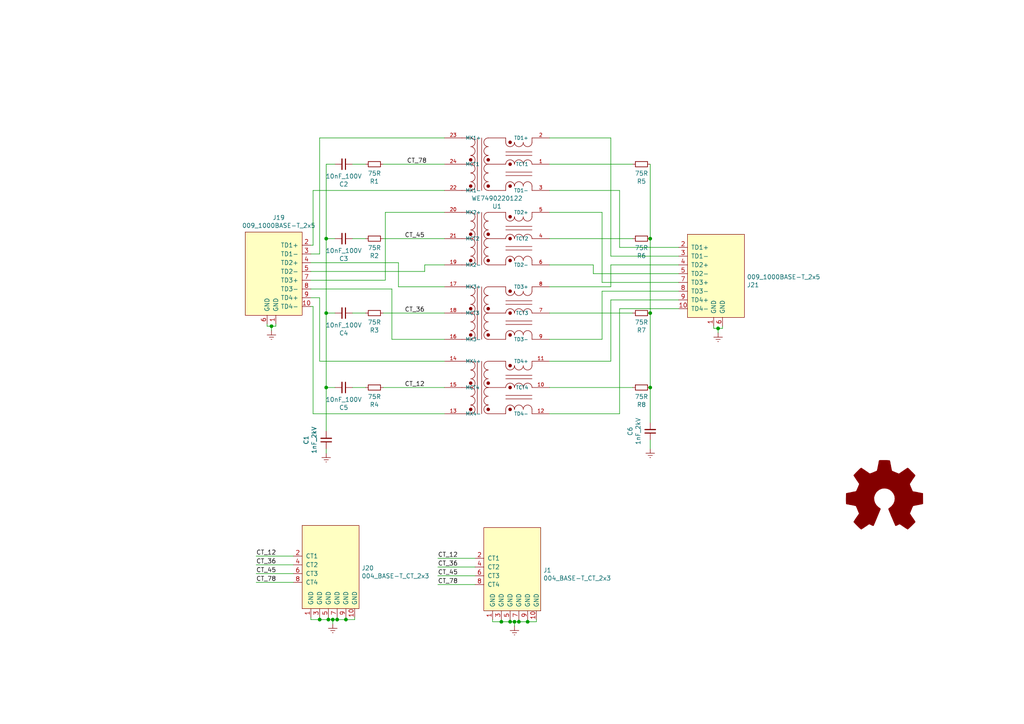
<source format=kicad_sch>
(kicad_sch (version 20211123) (generator eeschema)

  (uuid ee27d19c-8dca-4ac8-a760-6dfd54d28071)

  (paper "A4")

  (lib_symbols
    (symbol "Auto-Intern:WE7490220122" (pin_names (offset 1.016)) (in_bom yes) (on_board yes)
      (property "Reference" "U" (id 0) (at 0 8.89 0)
        (effects (font (size 1.27 1.27)))
      )
      (property "Value" "Auto-Intern_WE7490220122" (id 1) (at 0 8.89 0)
        (effects (font (size 1.27 1.27)))
      )
      (property "Footprint" "AI-footprints:XFMR_7490220122" (id 2) (at 0 8.89 0)
        (effects (font (size 1.27 1.27)) hide)
      )
      (property "Datasheet" "" (id 3) (at 0 8.89 0)
        (effects (font (size 1.27 1.27)) hide)
      )
      (symbol "WE7490220122_1_1"
        (arc (start -8.89 -60.96) (mid -7.62 -62.23) (end -6.35 -60.96)
          (stroke (width 0.1524) (type default) (color 0 0 0 0))
          (fill (type none))
        )
        (arc (start -8.89 -39.37) (mid -7.62 -40.64) (end -6.35 -39.37)
          (stroke (width 0.1524) (type default) (color 0 0 0 0))
          (fill (type none))
        )
        (arc (start -8.89 -17.78) (mid -7.62 -19.05) (end -6.35 -17.78)
          (stroke (width 0.1524) (type default) (color 0 0 0 0))
          (fill (type none))
        )
        (arc (start -8.89 3.81) (mid -7.62 2.54) (end -6.35 3.81)
          (stroke (width 0.1524) (type default) (color 0 0 0 0))
          (fill (type none))
        )
        (arc (start -6.35 -73.66) (mid -7.62 -72.39) (end -8.89 -73.66)
          (stroke (width 0.1524) (type default) (color 0 0 0 0))
          (fill (type none))
        )
        (arc (start -6.35 -67.31) (mid -7.62 -66.04) (end -8.89 -67.31)
          (stroke (width 0.1524) (type default) (color 0 0 0 0))
          (fill (type none))
        )
        (arc (start -6.35 -60.96) (mid -5.08 -62.23) (end -3.81 -60.96)
          (stroke (width 0.1524) (type default) (color 0 0 0 0))
          (fill (type none))
        )
        (arc (start -6.35 -52.07) (mid -7.62 -50.8) (end -8.89 -52.07)
          (stroke (width 0.1524) (type default) (color 0 0 0 0))
          (fill (type none))
        )
        (arc (start -6.35 -45.72) (mid -7.62 -44.45) (end -8.89 -45.72)
          (stroke (width 0.1524) (type default) (color 0 0 0 0))
          (fill (type none))
        )
        (arc (start -6.35 -39.37) (mid -5.08 -40.64) (end -3.81 -39.37)
          (stroke (width 0.1524) (type default) (color 0 0 0 0))
          (fill (type none))
        )
        (arc (start -6.35 -30.48) (mid -7.62 -29.21) (end -8.89 -30.48)
          (stroke (width 0.1524) (type default) (color 0 0 0 0))
          (fill (type none))
        )
        (arc (start -6.35 -24.13) (mid -7.62 -22.86) (end -8.89 -24.13)
          (stroke (width 0.1524) (type default) (color 0 0 0 0))
          (fill (type none))
        )
        (arc (start -6.35 -17.78) (mid -5.08 -19.05) (end -3.81 -17.78)
          (stroke (width 0.1524) (type default) (color 0 0 0 0))
          (fill (type none))
        )
        (arc (start -6.35 -8.89) (mid -7.62 -7.62) (end -8.89 -8.89)
          (stroke (width 0.1524) (type default) (color 0 0 0 0))
          (fill (type none))
        )
        (arc (start -6.35 -2.54) (mid -7.62 -1.27) (end -8.89 -2.54)
          (stroke (width 0.1524) (type default) (color 0 0 0 0))
          (fill (type none))
        )
        (arc (start -6.35 3.81) (mid -5.08 2.54) (end -3.81 3.81)
          (stroke (width 0.1524) (type default) (color 0 0 0 0))
          (fill (type none))
        )
        (arc (start -3.81 -73.66) (mid -5.08 -72.39) (end -6.35 -73.66)
          (stroke (width 0.1524) (type default) (color 0 0 0 0))
          (fill (type none))
        )
        (arc (start -3.81 -67.31) (mid -5.08 -66.04) (end -6.35 -67.31)
          (stroke (width 0.1524) (type default) (color 0 0 0 0))
          (fill (type none))
        )
        (arc (start -3.81 -60.96) (mid -2.54 -62.23) (end -1.27 -60.96)
          (stroke (width 0.1524) (type default) (color 0 0 0 0))
          (fill (type none))
        )
        (arc (start -3.81 -52.07) (mid -5.08 -50.8) (end -6.35 -52.07)
          (stroke (width 0.1524) (type default) (color 0 0 0 0))
          (fill (type none))
        )
        (arc (start -3.81 -45.72) (mid -5.08 -44.45) (end -6.35 -45.72)
          (stroke (width 0.1524) (type default) (color 0 0 0 0))
          (fill (type none))
        )
        (arc (start -3.81 -39.37) (mid -2.54 -40.64) (end -1.27 -39.37)
          (stroke (width 0.1524) (type default) (color 0 0 0 0))
          (fill (type none))
        )
        (arc (start -3.81 -30.48) (mid -5.08 -29.21) (end -6.35 -30.48)
          (stroke (width 0.1524) (type default) (color 0 0 0 0))
          (fill (type none))
        )
        (arc (start -3.81 -24.13) (mid -5.08 -22.86) (end -6.35 -24.13)
          (stroke (width 0.1524) (type default) (color 0 0 0 0))
          (fill (type none))
        )
        (arc (start -3.81 -17.78) (mid -2.54 -19.05) (end -1.27 -17.78)
          (stroke (width 0.1524) (type default) (color 0 0 0 0))
          (fill (type none))
        )
        (arc (start -3.81 -8.89) (mid -5.08 -7.62) (end -6.35 -8.89)
          (stroke (width 0.1524) (type default) (color 0 0 0 0))
          (fill (type none))
        )
        (arc (start -3.81 -2.54) (mid -5.08 -1.27) (end -6.35 -2.54)
          (stroke (width 0.1524) (type default) (color 0 0 0 0))
          (fill (type none))
        )
        (arc (start -3.81 3.81) (mid -2.54 2.54) (end -1.27 3.81)
          (stroke (width 0.1524) (type default) (color 0 0 0 0))
          (fill (type none))
        )
        (circle (center -2.54 -73.66) (radius 0.254)
          (stroke (width 0.508) (type default) (color 0 0 0 0))
          (fill (type none))
        )
        (circle (center -2.54 -67.31) (radius 0.254)
          (stroke (width 0.508) (type default) (color 0 0 0 0))
          (fill (type none))
        )
        (circle (center -2.54 -60.96) (radius 0.254)
          (stroke (width 0.508) (type default) (color 0 0 0 0))
          (fill (type none))
        )
        (circle (center -2.54 -52.07) (radius 0.254)
          (stroke (width 0.508) (type default) (color 0 0 0 0))
          (fill (type none))
        )
        (circle (center -2.54 -45.72) (radius 0.254)
          (stroke (width 0.508) (type default) (color 0 0 0 0))
          (fill (type none))
        )
        (circle (center -2.54 -39.37) (radius 0.254)
          (stroke (width 0.508) (type default) (color 0 0 0 0))
          (fill (type none))
        )
        (circle (center -2.54 -30.48) (radius 0.254)
          (stroke (width 0.508) (type default) (color 0 0 0 0))
          (fill (type none))
        )
        (circle (center -2.54 -24.13) (radius 0.254)
          (stroke (width 0.508) (type default) (color 0 0 0 0))
          (fill (type none))
        )
        (circle (center -2.54 -17.78) (radius 0.254)
          (stroke (width 0.508) (type default) (color 0 0 0 0))
          (fill (type none))
        )
        (circle (center -2.54 -8.89) (radius 0.254)
          (stroke (width 0.508) (type default) (color 0 0 0 0))
          (fill (type none))
        )
        (circle (center -2.54 -2.54) (radius 0.254)
          (stroke (width 0.508) (type default) (color 0 0 0 0))
          (fill (type none))
        )
        (circle (center -2.54 3.81) (radius 0.254)
          (stroke (width 0.508) (type default) (color 0 0 0 0))
          (fill (type none))
        )
        (arc (start -1.27 -73.66) (mid -2.54 -72.39) (end -3.81 -73.66)
          (stroke (width 0.1524) (type default) (color 0 0 0 0))
          (fill (type none))
        )
        (arc (start -1.27 -67.31) (mid -2.54 -66.04) (end -3.81 -67.31)
          (stroke (width 0.1524) (type default) (color 0 0 0 0))
          (fill (type none))
        )
        (arc (start -1.27 -52.07) (mid -2.54 -50.8) (end -3.81 -52.07)
          (stroke (width 0.1524) (type default) (color 0 0 0 0))
          (fill (type none))
        )
        (arc (start -1.27 -45.72) (mid -2.54 -44.45) (end -3.81 -45.72)
          (stroke (width 0.1524) (type default) (color 0 0 0 0))
          (fill (type none))
        )
        (arc (start -1.27 -30.48) (mid -2.54 -29.21) (end -3.81 -30.48)
          (stroke (width 0.1524) (type default) (color 0 0 0 0))
          (fill (type none))
        )
        (arc (start -1.27 -24.13) (mid -2.54 -22.86) (end -3.81 -24.13)
          (stroke (width 0.1524) (type default) (color 0 0 0 0))
          (fill (type none))
        )
        (arc (start -1.27 -8.89) (mid -2.54 -7.62) (end -3.81 -8.89)
          (stroke (width 0.1524) (type default) (color 0 0 0 0))
          (fill (type none))
        )
        (arc (start -1.27 -2.54) (mid -2.54 -1.27) (end -3.81 -2.54)
          (stroke (width 0.1524) (type default) (color 0 0 0 0))
          (fill (type none))
        )
        (polyline
          (pts
            (xy -8.89 -73.66)
            (xy -8.89 -74.93)
          )
          (stroke (width 0.1524) (type default) (color 0 0 0 0))
          (fill (type none))
        )
        (polyline
          (pts
            (xy -8.89 -70.612)
            (xy -1.27 -70.612)
          )
          (stroke (width 0.1524) (type default) (color 0 0 0 0))
          (fill (type none))
        )
        (polyline
          (pts
            (xy -8.89 -69.596)
            (xy -1.27 -69.596)
          )
          (stroke (width 0.1524) (type default) (color 0 0 0 0))
          (fill (type none))
        )
        (polyline
          (pts
            (xy -8.89 -64.77)
            (xy -1.27 -64.77)
          )
          (stroke (width 0.1524) (type default) (color 0 0 0 0))
          (fill (type none))
        )
        (polyline
          (pts
            (xy -8.89 -63.754)
            (xy -1.27 -63.754)
          )
          (stroke (width 0.1524) (type default) (color 0 0 0 0))
          (fill (type none))
        )
        (polyline
          (pts
            (xy -8.89 -59.69)
            (xy -8.89 -60.96)
          )
          (stroke (width 0.1524) (type default) (color 0 0 0 0))
          (fill (type none))
        )
        (polyline
          (pts
            (xy -8.89 -52.07)
            (xy -8.89 -53.34)
          )
          (stroke (width 0.1524) (type default) (color 0 0 0 0))
          (fill (type none))
        )
        (polyline
          (pts
            (xy -8.89 -49.022)
            (xy -1.27 -49.022)
          )
          (stroke (width 0.1524) (type default) (color 0 0 0 0))
          (fill (type none))
        )
        (polyline
          (pts
            (xy -8.89 -48.006)
            (xy -1.27 -48.006)
          )
          (stroke (width 0.1524) (type default) (color 0 0 0 0))
          (fill (type none))
        )
        (polyline
          (pts
            (xy -8.89 -43.18)
            (xy -1.27 -43.18)
          )
          (stroke (width 0.1524) (type default) (color 0 0 0 0))
          (fill (type none))
        )
        (polyline
          (pts
            (xy -8.89 -42.164)
            (xy -1.27 -42.164)
          )
          (stroke (width 0.1524) (type default) (color 0 0 0 0))
          (fill (type none))
        )
        (polyline
          (pts
            (xy -8.89 -38.1)
            (xy -8.89 -39.37)
          )
          (stroke (width 0.1524) (type default) (color 0 0 0 0))
          (fill (type none))
        )
        (polyline
          (pts
            (xy -8.89 -30.48)
            (xy -8.89 -31.75)
          )
          (stroke (width 0.1524) (type default) (color 0 0 0 0))
          (fill (type none))
        )
        (polyline
          (pts
            (xy -8.89 -27.432)
            (xy -1.27 -27.432)
          )
          (stroke (width 0.1524) (type default) (color 0 0 0 0))
          (fill (type none))
        )
        (polyline
          (pts
            (xy -8.89 -26.416)
            (xy -1.27 -26.416)
          )
          (stroke (width 0.1524) (type default) (color 0 0 0 0))
          (fill (type none))
        )
        (polyline
          (pts
            (xy -8.89 -21.59)
            (xy -1.27 -21.59)
          )
          (stroke (width 0.1524) (type default) (color 0 0 0 0))
          (fill (type none))
        )
        (polyline
          (pts
            (xy -8.89 -20.574)
            (xy -1.27 -20.574)
          )
          (stroke (width 0.1524) (type default) (color 0 0 0 0))
          (fill (type none))
        )
        (polyline
          (pts
            (xy -8.89 -16.51)
            (xy -8.89 -17.78)
          )
          (stroke (width 0.1524) (type default) (color 0 0 0 0))
          (fill (type none))
        )
        (polyline
          (pts
            (xy -8.89 -8.89)
            (xy -8.89 -10.16)
          )
          (stroke (width 0.1524) (type default) (color 0 0 0 0))
          (fill (type none))
        )
        (polyline
          (pts
            (xy -8.89 -5.842)
            (xy -1.27 -5.842)
          )
          (stroke (width 0.1524) (type default) (color 0 0 0 0))
          (fill (type none))
        )
        (polyline
          (pts
            (xy -8.89 -4.826)
            (xy -1.27 -4.826)
          )
          (stroke (width 0.1524) (type default) (color 0 0 0 0))
          (fill (type none))
        )
        (polyline
          (pts
            (xy -8.89 0)
            (xy -1.27 0)
          )
          (stroke (width 0.1524) (type default) (color 0 0 0 0))
          (fill (type none))
        )
        (polyline
          (pts
            (xy -8.89 1.016)
            (xy -1.27 1.016)
          )
          (stroke (width 0.1524) (type default) (color 0 0 0 0))
          (fill (type none))
        )
        (polyline
          (pts
            (xy -8.89 5.08)
            (xy -8.89 3.81)
          )
          (stroke (width 0.1524) (type default) (color 0 0 0 0))
          (fill (type none))
        )
        (polyline
          (pts
            (xy -1.27 -74.93)
            (xy 3.81 -74.93)
          )
          (stroke (width 0.1524) (type default) (color 0 0 0 0))
          (fill (type none))
        )
        (polyline
          (pts
            (xy -1.27 -73.66)
            (xy -1.27 -74.93)
          )
          (stroke (width 0.1524) (type default) (color 0 0 0 0))
          (fill (type none))
        )
        (polyline
          (pts
            (xy -1.27 -67.31)
            (xy 3.81 -67.31)
          )
          (stroke (width 0.1524) (type default) (color 0 0 0 0))
          (fill (type none))
        )
        (polyline
          (pts
            (xy -1.27 -59.69)
            (xy -1.27 -60.96)
          )
          (stroke (width 0.1524) (type default) (color 0 0 0 0))
          (fill (type none))
        )
        (polyline
          (pts
            (xy -1.27 -59.69)
            (xy 3.81 -59.69)
          )
          (stroke (width 0.1524) (type default) (color 0 0 0 0))
          (fill (type none))
        )
        (polyline
          (pts
            (xy -1.27 -53.34)
            (xy 3.81 -53.34)
          )
          (stroke (width 0.1524) (type default) (color 0 0 0 0))
          (fill (type none))
        )
        (polyline
          (pts
            (xy -1.27 -52.07)
            (xy -1.27 -53.34)
          )
          (stroke (width 0.1524) (type default) (color 0 0 0 0))
          (fill (type none))
        )
        (polyline
          (pts
            (xy -1.27 -45.72)
            (xy 3.81 -45.72)
          )
          (stroke (width 0.1524) (type default) (color 0 0 0 0))
          (fill (type none))
        )
        (polyline
          (pts
            (xy -1.27 -38.1)
            (xy -1.27 -39.37)
          )
          (stroke (width 0.1524) (type default) (color 0 0 0 0))
          (fill (type none))
        )
        (polyline
          (pts
            (xy -1.27 -38.1)
            (xy 3.81 -38.1)
          )
          (stroke (width 0.1524) (type default) (color 0 0 0 0))
          (fill (type none))
        )
        (polyline
          (pts
            (xy -1.27 -31.75)
            (xy 3.81 -31.75)
          )
          (stroke (width 0.1524) (type default) (color 0 0 0 0))
          (fill (type none))
        )
        (polyline
          (pts
            (xy -1.27 -30.48)
            (xy -1.27 -31.75)
          )
          (stroke (width 0.1524) (type default) (color 0 0 0 0))
          (fill (type none))
        )
        (polyline
          (pts
            (xy -1.27 -24.13)
            (xy 3.81 -24.13)
          )
          (stroke (width 0.1524) (type default) (color 0 0 0 0))
          (fill (type none))
        )
        (polyline
          (pts
            (xy -1.27 -16.51)
            (xy -1.27 -17.78)
          )
          (stroke (width 0.1524) (type default) (color 0 0 0 0))
          (fill (type none))
        )
        (polyline
          (pts
            (xy -1.27 -16.51)
            (xy 3.81 -16.51)
          )
          (stroke (width 0.1524) (type default) (color 0 0 0 0))
          (fill (type none))
        )
        (polyline
          (pts
            (xy -1.27 -10.16)
            (xy 3.81 -10.16)
          )
          (stroke (width 0.1524) (type default) (color 0 0 0 0))
          (fill (type none))
        )
        (polyline
          (pts
            (xy -1.27 -8.89)
            (xy -1.27 -10.16)
          )
          (stroke (width 0.1524) (type default) (color 0 0 0 0))
          (fill (type none))
        )
        (polyline
          (pts
            (xy -1.27 -2.54)
            (xy 3.81 -2.54)
          )
          (stroke (width 0.1524) (type default) (color 0 0 0 0))
          (fill (type none))
        )
        (polyline
          (pts
            (xy -1.27 5.08)
            (xy -1.27 3.81)
          )
          (stroke (width 0.1524) (type default) (color 0 0 0 0))
          (fill (type none))
        )
        (polyline
          (pts
            (xy -1.27 5.08)
            (xy 3.81 5.08)
          )
          (stroke (width 0.1524) (type default) (color 0 0 0 0))
          (fill (type none))
        )
        (polyline
          (pts
            (xy 5.715 -59.69)
            (xy 5.715 -74.93)
          )
          (stroke (width 0.1524) (type default) (color 0 0 0 0))
          (fill (type none))
        )
        (polyline
          (pts
            (xy 5.715 -38.1)
            (xy 5.715 -53.34)
          )
          (stroke (width 0.1524) (type default) (color 0 0 0 0))
          (fill (type none))
        )
        (polyline
          (pts
            (xy 5.715 -16.51)
            (xy 5.715 -31.75)
          )
          (stroke (width 0.1524) (type default) (color 0 0 0 0))
          (fill (type none))
        )
        (polyline
          (pts
            (xy 5.715 5.08)
            (xy 5.715 -10.16)
          )
          (stroke (width 0.1524) (type default) (color 0 0 0 0))
          (fill (type none))
        )
        (polyline
          (pts
            (xy 6.985 -59.69)
            (xy 6.985 -74.93)
          )
          (stroke (width 0.1524) (type default) (color 0 0 0 0))
          (fill (type none))
        )
        (polyline
          (pts
            (xy 6.985 -38.1)
            (xy 6.985 -53.34)
          )
          (stroke (width 0.1524) (type default) (color 0 0 0 0))
          (fill (type none))
        )
        (polyline
          (pts
            (xy 6.985 -16.51)
            (xy 6.985 -31.75)
          )
          (stroke (width 0.1524) (type default) (color 0 0 0 0))
          (fill (type none))
        )
        (polyline
          (pts
            (xy 6.985 5.08)
            (xy 6.985 -10.16)
          )
          (stroke (width 0.1524) (type default) (color 0 0 0 0))
          (fill (type none))
        )
        (polyline
          (pts
            (xy 8.89 -74.93)
            (xy 11.43 -74.93)
          )
          (stroke (width 0.1524) (type default) (color 0 0 0 0))
          (fill (type none))
        )
        (polyline
          (pts
            (xy 8.89 -67.31)
            (xy 11.43 -67.31)
          )
          (stroke (width 0.1524) (type default) (color 0 0 0 0))
          (fill (type none))
        )
        (polyline
          (pts
            (xy 8.89 -59.69)
            (xy 11.43 -59.69)
          )
          (stroke (width 0.1524) (type default) (color 0 0 0 0))
          (fill (type none))
        )
        (polyline
          (pts
            (xy 8.89 -53.34)
            (xy 11.43 -53.34)
          )
          (stroke (width 0.1524) (type default) (color 0 0 0 0))
          (fill (type none))
        )
        (polyline
          (pts
            (xy 8.89 -45.72)
            (xy 11.43 -45.72)
          )
          (stroke (width 0.1524) (type default) (color 0 0 0 0))
          (fill (type none))
        )
        (polyline
          (pts
            (xy 8.89 -38.1)
            (xy 11.43 -38.1)
          )
          (stroke (width 0.1524) (type default) (color 0 0 0 0))
          (fill (type none))
        )
        (polyline
          (pts
            (xy 8.89 -31.75)
            (xy 11.43 -31.75)
          )
          (stroke (width 0.1524) (type default) (color 0 0 0 0))
          (fill (type none))
        )
        (polyline
          (pts
            (xy 8.89 -24.13)
            (xy 11.43 -24.13)
          )
          (stroke (width 0.1524) (type default) (color 0 0 0 0))
          (fill (type none))
        )
        (polyline
          (pts
            (xy 8.89 -16.51)
            (xy 11.43 -16.51)
          )
          (stroke (width 0.1524) (type default) (color 0 0 0 0))
          (fill (type none))
        )
        (polyline
          (pts
            (xy 8.89 -10.16)
            (xy 11.43 -10.16)
          )
          (stroke (width 0.1524) (type default) (color 0 0 0 0))
          (fill (type none))
        )
        (polyline
          (pts
            (xy 8.89 -2.54)
            (xy 11.43 -2.54)
          )
          (stroke (width 0.1524) (type default) (color 0 0 0 0))
          (fill (type none))
        )
        (polyline
          (pts
            (xy 8.89 5.08)
            (xy 11.43 5.08)
          )
          (stroke (width 0.1524) (type default) (color 0 0 0 0))
          (fill (type none))
        )
        (arc (start 3.81 -74.93) (mid 5.08 -73.66) (end 3.81 -72.39)
          (stroke (width 0.1524) (type default) (color 0 0 0 0))
          (fill (type none))
        )
        (circle (center 3.81 -73.66) (radius 0.254)
          (stroke (width 0.508) (type default) (color 0 0 0 0))
          (fill (type none))
        )
        (arc (start 3.81 -72.39) (mid 5.08 -71.12) (end 3.81 -69.85)
          (stroke (width 0.1524) (type default) (color 0 0 0 0))
          (fill (type none))
        )
        (arc (start 3.81 -69.85) (mid 5.08 -68.58) (end 3.81 -67.31)
          (stroke (width 0.1524) (type default) (color 0 0 0 0))
          (fill (type none))
        )
        (arc (start 3.81 -67.31) (mid 5.08 -66.04) (end 3.81 -64.77)
          (stroke (width 0.1524) (type default) (color 0 0 0 0))
          (fill (type none))
        )
        (circle (center 3.81 -66.04) (radius 0.254)
          (stroke (width 0.508) (type default) (color 0 0 0 0))
          (fill (type none))
        )
        (arc (start 3.81 -64.77) (mid 5.08 -63.5) (end 3.81 -62.23)
          (stroke (width 0.1524) (type default) (color 0 0 0 0))
          (fill (type none))
        )
        (arc (start 3.81 -62.23) (mid 5.08 -60.96) (end 3.81 -59.69)
          (stroke (width 0.1524) (type default) (color 0 0 0 0))
          (fill (type none))
        )
        (arc (start 3.81 -53.34) (mid 5.08 -52.07) (end 3.81 -50.8)
          (stroke (width 0.1524) (type default) (color 0 0 0 0))
          (fill (type none))
        )
        (circle (center 3.81 -52.07) (radius 0.254)
          (stroke (width 0.508) (type default) (color 0 0 0 0))
          (fill (type none))
        )
        (arc (start 3.81 -50.8) (mid 5.08 -49.53) (end 3.81 -48.26)
          (stroke (width 0.1524) (type default) (color 0 0 0 0))
          (fill (type none))
        )
        (arc (start 3.81 -48.26) (mid 5.08 -46.99) (end 3.81 -45.72)
          (stroke (width 0.1524) (type default) (color 0 0 0 0))
          (fill (type none))
        )
        (arc (start 3.81 -45.72) (mid 5.08 -44.45) (end 3.81 -43.18)
          (stroke (width 0.1524) (type default) (color 0 0 0 0))
          (fill (type none))
        )
        (circle (center 3.81 -44.45) (radius 0.254)
          (stroke (width 0.508) (type default) (color 0 0 0 0))
          (fill (type none))
        )
        (arc (start 3.81 -43.18) (mid 5.08 -41.91) (end 3.81 -40.64)
          (stroke (width 0.1524) (type default) (color 0 0 0 0))
          (fill (type none))
        )
        (arc (start 3.81 -40.64) (mid 5.08 -39.37) (end 3.81 -38.1)
          (stroke (width 0.1524) (type default) (color 0 0 0 0))
          (fill (type none))
        )
        (arc (start 3.81 -31.75) (mid 5.08 -30.48) (end 3.81 -29.21)
          (stroke (width 0.1524) (type default) (color 0 0 0 0))
          (fill (type none))
        )
        (circle (center 3.81 -30.48) (radius 0.254)
          (stroke (width 0.508) (type default) (color 0 0 0 0))
          (fill (type none))
        )
        (arc (start 3.81 -29.21) (mid 5.08 -27.94) (end 3.81 -26.67)
          (stroke (width 0.1524) (type default) (color 0 0 0 0))
          (fill (type none))
        )
        (arc (start 3.81 -26.67) (mid 5.08 -25.4) (end 3.81 -24.13)
          (stroke (width 0.1524) (type default) (color 0 0 0 0))
          (fill (type none))
        )
        (arc (start 3.81 -24.13) (mid 5.08 -22.86) (end 3.81 -21.59)
          (stroke (width 0.1524) (type default) (color 0 0 0 0))
          (fill (type none))
        )
        (circle (center 3.81 -22.86) (radius 0.254)
          (stroke (width 0.508) (type default) (color 0 0 0 0))
          (fill (type none))
        )
        (arc (start 3.81 -21.59) (mid 5.08 -20.32) (end 3.81 -19.05)
          (stroke (width 0.1524) (type default) (color 0 0 0 0))
          (fill (type none))
        )
        (arc (start 3.81 -19.05) (mid 5.08 -17.78) (end 3.81 -16.51)
          (stroke (width 0.1524) (type default) (color 0 0 0 0))
          (fill (type none))
        )
        (arc (start 3.81 -10.16) (mid 5.08 -8.89) (end 3.81 -7.62)
          (stroke (width 0.1524) (type default) (color 0 0 0 0))
          (fill (type none))
        )
        (circle (center 3.81 -8.89) (radius 0.254)
          (stroke (width 0.508) (type default) (color 0 0 0 0))
          (fill (type none))
        )
        (arc (start 3.81 -7.62) (mid 5.08 -6.35) (end 3.81 -5.08)
          (stroke (width 0.1524) (type default) (color 0 0 0 0))
          (fill (type none))
        )
        (arc (start 3.81 -5.08) (mid 5.08 -3.81) (end 3.81 -2.54)
          (stroke (width 0.1524) (type default) (color 0 0 0 0))
          (fill (type none))
        )
        (arc (start 3.81 -2.54) (mid 5.08 -1.27) (end 3.81 0)
          (stroke (width 0.1524) (type default) (color 0 0 0 0))
          (fill (type none))
        )
        (circle (center 3.81 -1.27) (radius 0.254)
          (stroke (width 0.508) (type default) (color 0 0 0 0))
          (fill (type none))
        )
        (arc (start 3.81 0) (mid 5.08 1.27) (end 3.81 2.54)
          (stroke (width 0.1524) (type default) (color 0 0 0 0))
          (fill (type none))
        )
        (arc (start 3.81 2.54) (mid 5.08 3.81) (end 3.81 5.08)
          (stroke (width 0.1524) (type default) (color 0 0 0 0))
          (fill (type none))
        )
        (circle (center 8.89 -73.66) (radius 0.254)
          (stroke (width 0.508) (type default) (color 0 0 0 0))
          (fill (type none))
        )
        (arc (start 8.89 -72.39) (mid 7.62 -73.66) (end 8.89 -74.93)
          (stroke (width 0.1524) (type default) (color 0 0 0 0))
          (fill (type none))
        )
        (arc (start 8.89 -69.85) (mid 7.62 -71.12) (end 8.89 -72.39)
          (stroke (width 0.1524) (type default) (color 0 0 0 0))
          (fill (type none))
        )
        (arc (start 8.89 -67.31) (mid 7.62 -68.58) (end 8.89 -69.85)
          (stroke (width 0.1524) (type default) (color 0 0 0 0))
          (fill (type none))
        )
        (circle (center 8.89 -66.04) (radius 0.254)
          (stroke (width 0.508) (type default) (color 0 0 0 0))
          (fill (type none))
        )
        (arc (start 8.89 -64.77) (mid 7.62 -66.04) (end 8.89 -67.31)
          (stroke (width 0.1524) (type default) (color 0 0 0 0))
          (fill (type none))
        )
        (arc (start 8.89 -62.23) (mid 7.62 -63.5) (end 8.89 -64.77)
          (stroke (width 0.1524) (type default) (color 0 0 0 0))
          (fill (type none))
        )
        (arc (start 8.89 -59.69) (mid 7.62 -60.96) (end 8.89 -62.23)
          (stroke (width 0.1524) (type default) (color 0 0 0 0))
          (fill (type none))
        )
        (circle (center 8.89 -52.07) (radius 0.254)
          (stroke (width 0.508) (type default) (color 0 0 0 0))
          (fill (type none))
        )
        (arc (start 8.89 -50.8) (mid 7.62 -52.07) (end 8.89 -53.34)
          (stroke (width 0.1524) (type default) (color 0 0 0 0))
          (fill (type none))
        )
        (arc (start 8.89 -48.26) (mid 7.62 -49.53) (end 8.89 -50.8)
          (stroke (width 0.1524) (type default) (color 0 0 0 0))
          (fill (type none))
        )
        (arc (start 8.89 -45.72) (mid 7.62 -46.99) (end 8.89 -48.26)
          (stroke (width 0.1524) (type default) (color 0 0 0 0))
          (fill (type none))
        )
        (circle (center 8.89 -44.45) (radius 0.254)
          (stroke (width 0.508) (type default) (color 0 0 0 0))
          (fill (type none))
        )
        (arc (start 8.89 -43.18) (mid 7.62 -44.45) (end 8.89 -45.72)
          (stroke (width 0.1524) (type default) (color 0 0 0 0))
          (fill (type none))
        )
        (arc (start 8.89 -40.64) (mid 7.62 -41.91) (end 8.89 -43.18)
          (stroke (width 0.1524) (type default) (color 0 0 0 0))
          (fill (type none))
        )
        (arc (start 8.89 -38.1) (mid 7.62 -39.37) (end 8.89 -40.64)
          (stroke (width 0.1524) (type default) (color 0 0 0 0))
          (fill (type none))
        )
        (circle (center 8.89 -30.48) (radius 0.254)
          (stroke (width 0.508) (type default) (color 0 0 0 0))
          (fill (type none))
        )
        (arc (start 8.89 -29.21) (mid 7.62 -30.48) (end 8.89 -31.75)
          (stroke (width 0.1524) (type default) (color 0 0 0 0))
          (fill (type none))
        )
        (arc (start 8.89 -26.67) (mid 7.62 -27.94) (end 8.89 -29.21)
          (stroke (width 0.1524) (type default) (color 0 0 0 0))
          (fill (type none))
        )
        (arc (start 8.89 -24.13) (mid 7.62 -25.4) (end 8.89 -26.67)
          (stroke (width 0.1524) (type default) (color 0 0 0 0))
          (fill (type none))
        )
        (circle (center 8.89 -22.86) (radius 0.254)
          (stroke (width 0.508) (type default) (color 0 0 0 0))
          (fill (type none))
        )
        (arc (start 8.89 -21.59) (mid 7.62 -22.86) (end 8.89 -24.13)
          (stroke (width 0.1524) (type default) (color 0 0 0 0))
          (fill (type none))
        )
        (arc (start 8.89 -19.05) (mid 7.62 -20.32) (end 8.89 -21.59)
          (stroke (width 0.1524) (type default) (color 0 0 0 0))
          (fill (type none))
        )
        (arc (start 8.89 -16.51) (mid 7.62 -17.78) (end 8.89 -19.05)
          (stroke (width 0.1524) (type default) (color 0 0 0 0))
          (fill (type none))
        )
        (circle (center 8.89 -8.89) (radius 0.254)
          (stroke (width 0.508) (type default) (color 0 0 0 0))
          (fill (type none))
        )
        (arc (start 8.89 -7.62) (mid 7.62 -8.89) (end 8.89 -10.16)
          (stroke (width 0.1524) (type default) (color 0 0 0 0))
          (fill (type none))
        )
        (arc (start 8.89 -5.08) (mid 7.62 -6.35) (end 8.89 -7.62)
          (stroke (width 0.1524) (type default) (color 0 0 0 0))
          (fill (type none))
        )
        (arc (start 8.89 -2.54) (mid 7.62 -3.81) (end 8.89 -5.08)
          (stroke (width 0.1524) (type default) (color 0 0 0 0))
          (fill (type none))
        )
        (circle (center 8.89 -1.27) (radius 0.254)
          (stroke (width 0.508) (type default) (color 0 0 0 0))
          (fill (type none))
        )
        (arc (start 8.89 0) (mid 7.62 -1.27) (end 8.89 -2.54)
          (stroke (width 0.1524) (type default) (color 0 0 0 0))
          (fill (type none))
        )
        (arc (start 8.89 2.54) (mid 7.62 1.27) (end 8.89 0)
          (stroke (width 0.1524) (type default) (color 0 0 0 0))
          (fill (type none))
        )
        (arc (start 8.89 5.08) (mid 7.62 3.81) (end 8.89 2.54)
          (stroke (width 0.1524) (type default) (color 0 0 0 0))
          (fill (type none))
        )
        (pin passive line (at -13.97 -2.54 0) (length 5.08)
          (name "TCT1" (effects (font (size 1.016 1.016))))
          (number "1" (effects (font (size 1.016 1.016))))
        )
        (pin passive line (at -13.97 -67.31 0) (length 5.08)
          (name "TCT4" (effects (font (size 1.016 1.016))))
          (number "10" (effects (font (size 1.016 1.016))))
        )
        (pin passive line (at -13.97 -59.69 0) (length 5.08)
          (name "TD4+" (effects (font (size 1.016 1.016))))
          (number "11" (effects (font (size 1.016 1.016))))
        )
        (pin passive line (at -13.97 -74.93 0) (length 5.08)
          (name "TD4-" (effects (font (size 1.016 1.016))))
          (number "12" (effects (font (size 1.016 1.016))))
        )
        (pin passive line (at 16.51 -74.93 180) (length 5.08)
          (name "MX4-" (effects (font (size 1.016 1.016))))
          (number "13" (effects (font (size 1.016 1.016))))
        )
        (pin passive line (at 16.51 -59.69 180) (length 5.08)
          (name "MX4+" (effects (font (size 1.016 1.016))))
          (number "14" (effects (font (size 1.016 1.016))))
        )
        (pin passive line (at 16.51 -67.31 180) (length 5.08)
          (name "MCT4" (effects (font (size 1.016 1.016))))
          (number "15" (effects (font (size 1.016 1.016))))
        )
        (pin passive line (at 16.51 -53.34 180) (length 5.08)
          (name "MX3-" (effects (font (size 1.016 1.016))))
          (number "16" (effects (font (size 1.016 1.016))))
        )
        (pin passive line (at 16.51 -38.1 180) (length 5.08)
          (name "MX3+" (effects (font (size 1.016 1.016))))
          (number "17" (effects (font (size 1.016 1.016))))
        )
        (pin passive line (at 16.51 -45.72 180) (length 5.08)
          (name "MCT3" (effects (font (size 1.016 1.016))))
          (number "18" (effects (font (size 1.016 1.016))))
        )
        (pin passive line (at 16.51 -31.75 180) (length 5.08)
          (name "MX2-" (effects (font (size 1.016 1.016))))
          (number "19" (effects (font (size 1.016 1.016))))
        )
        (pin passive line (at -13.97 5.08 0) (length 5.08)
          (name "TD1+" (effects (font (size 1.016 1.016))))
          (number "2" (effects (font (size 1.016 1.016))))
        )
        (pin passive line (at 16.51 -16.51 180) (length 5.08)
          (name "MX2+" (effects (font (size 1.016 1.016))))
          (number "20" (effects (font (size 1.016 1.016))))
        )
        (pin passive line (at 16.51 -24.13 180) (length 5.08)
          (name "MCT2" (effects (font (size 1.016 1.016))))
          (number "21" (effects (font (size 1.016 1.016))))
        )
        (pin passive line (at 16.51 -10.16 180) (length 5.08)
          (name "MX1-" (effects (font (size 1.016 1.016))))
          (number "22" (effects (font (size 1.016 1.016))))
        )
        (pin passive line (at 16.51 5.08 180) (length 5.08)
          (name "MX1+" (effects (font (size 1.016 1.016))))
          (number "23" (effects (font (size 1.016 1.016))))
        )
        (pin passive line (at 16.51 -2.54 180) (length 5.08)
          (name "MCT1" (effects (font (size 1.016 1.016))))
          (number "24" (effects (font (size 1.016 1.016))))
        )
        (pin passive line (at -13.97 -10.16 0) (length 5.08)
          (name "TD1-" (effects (font (size 1.016 1.016))))
          (number "3" (effects (font (size 1.016 1.016))))
        )
        (pin passive line (at -13.97 -24.13 0) (length 5.08)
          (name "TCT2" (effects (font (size 1.016 1.016))))
          (number "4" (effects (font (size 1.016 1.016))))
        )
        (pin passive line (at -13.97 -16.51 0) (length 5.08)
          (name "TD2+" (effects (font (size 1.016 1.016))))
          (number "5" (effects (font (size 1.016 1.016))))
        )
        (pin passive line (at -13.97 -31.75 0) (length 5.08)
          (name "TD2-" (effects (font (size 1.016 1.016))))
          (number "6" (effects (font (size 1.016 1.016))))
        )
        (pin passive line (at -13.97 -45.72 0) (length 5.08)
          (name "TCT3" (effects (font (size 1.016 1.016))))
          (number "7" (effects (font (size 1.016 1.016))))
        )
        (pin passive line (at -13.97 -38.1 0) (length 5.08)
          (name "TD3+" (effects (font (size 1.016 1.016))))
          (number "8" (effects (font (size 1.016 1.016))))
        )
        (pin passive line (at -13.97 -53.34 0) (length 5.08)
          (name "TD3-" (effects (font (size 1.016 1.016))))
          (number "9" (effects (font (size 1.016 1.016))))
        )
      )
    )
    (symbol "Device:C_Small" (pin_numbers hide) (pin_names (offset 0.254) hide) (in_bom yes) (on_board yes)
      (property "Reference" "C" (id 0) (at 0.254 1.778 0)
        (effects (font (size 1.27 1.27)) (justify left))
      )
      (property "Value" "C_Small" (id 1) (at 0.254 -2.032 0)
        (effects (font (size 1.27 1.27)) (justify left))
      )
      (property "Footprint" "" (id 2) (at 0 0 0)
        (effects (font (size 1.27 1.27)) hide)
      )
      (property "Datasheet" "~" (id 3) (at 0 0 0)
        (effects (font (size 1.27 1.27)) hide)
      )
      (property "ki_keywords" "capacitor cap" (id 4) (at 0 0 0)
        (effects (font (size 1.27 1.27)) hide)
      )
      (property "ki_description" "Unpolarized capacitor, small symbol" (id 5) (at 0 0 0)
        (effects (font (size 1.27 1.27)) hide)
      )
      (property "ki_fp_filters" "C_*" (id 6) (at 0 0 0)
        (effects (font (size 1.27 1.27)) hide)
      )
      (symbol "C_Small_0_1"
        (polyline
          (pts
            (xy -1.524 -0.508)
            (xy 1.524 -0.508)
          )
          (stroke (width 0.3302) (type default) (color 0 0 0 0))
          (fill (type none))
        )
        (polyline
          (pts
            (xy -1.524 0.508)
            (xy 1.524 0.508)
          )
          (stroke (width 0.3048) (type default) (color 0 0 0 0))
          (fill (type none))
        )
      )
      (symbol "C_Small_1_1"
        (pin passive line (at 0 2.54 270) (length 2.032)
          (name "~" (effects (font (size 1.27 1.27))))
          (number "1" (effects (font (size 1.27 1.27))))
        )
        (pin passive line (at 0 -2.54 90) (length 2.032)
          (name "~" (effects (font (size 1.27 1.27))))
          (number "2" (effects (font (size 1.27 1.27))))
        )
      )
    )
    (symbol "Device:R_Small" (pin_numbers hide) (pin_names (offset 0.254) hide) (in_bom yes) (on_board yes)
      (property "Reference" "R" (id 0) (at 0.762 0.508 0)
        (effects (font (size 1.27 1.27)) (justify left))
      )
      (property "Value" "R_Small" (id 1) (at 0.762 -1.016 0)
        (effects (font (size 1.27 1.27)) (justify left))
      )
      (property "Footprint" "" (id 2) (at 0 0 0)
        (effects (font (size 1.27 1.27)) hide)
      )
      (property "Datasheet" "~" (id 3) (at 0 0 0)
        (effects (font (size 1.27 1.27)) hide)
      )
      (property "ki_keywords" "R resistor" (id 4) (at 0 0 0)
        (effects (font (size 1.27 1.27)) hide)
      )
      (property "ki_description" "Resistor, small symbol" (id 5) (at 0 0 0)
        (effects (font (size 1.27 1.27)) hide)
      )
      (property "ki_fp_filters" "R_*" (id 6) (at 0 0 0)
        (effects (font (size 1.27 1.27)) hide)
      )
      (symbol "R_Small_0_1"
        (rectangle (start -0.762 1.778) (end 0.762 -1.778)
          (stroke (width 0.2032) (type default) (color 0 0 0 0))
          (fill (type none))
        )
      )
      (symbol "R_Small_1_1"
        (pin passive line (at 0 2.54 270) (length 0.762)
          (name "~" (effects (font (size 1.27 1.27))))
          (number "1" (effects (font (size 1.27 1.27))))
        )
        (pin passive line (at 0 -2.54 90) (length 0.762)
          (name "~" (effects (font (size 1.27 1.27))))
          (number "2" (effects (font (size 1.27 1.27))))
        )
      )
    )
    (symbol "Graphic:Logo_Open_Hardware_Large" (pin_names (offset 1.016)) (in_bom yes) (on_board yes)
      (property "Reference" "#LOGO" (id 0) (at 0 12.7 0)
        (effects (font (size 1.27 1.27)) hide)
      )
      (property "Value" "Logo_Open_Hardware_Large" (id 1) (at 0 -10.16 0)
        (effects (font (size 1.27 1.27)) hide)
      )
      (property "Footprint" "" (id 2) (at 0 0 0)
        (effects (font (size 1.27 1.27)) hide)
      )
      (property "Datasheet" "~" (id 3) (at 0 0 0)
        (effects (font (size 1.27 1.27)) hide)
      )
      (property "ki_keywords" "Logo" (id 4) (at 0 0 0)
        (effects (font (size 1.27 1.27)) hide)
      )
      (property "ki_description" "Open Hardware logo, large" (id 5) (at 0 0 0)
        (effects (font (size 1.27 1.27)) hide)
      )
      (symbol "Logo_Open_Hardware_Large_1_1"
        (polyline
          (pts
            (xy 6.731 -8.7122)
            (xy 6.6294 -8.6614)
            (xy 6.35 -8.4836)
            (xy 5.9944 -8.255)
            (xy 5.5372 -7.9502)
            (xy 5.1054 -7.6454)
            (xy 4.7498 -7.4168)
            (xy 4.4958 -7.239)
            (xy 4.3942 -7.1882)
            (xy 4.318 -7.2136)
            (xy 4.1148 -7.3152)
            (xy 3.81 -7.4676)
            (xy 3.6322 -7.5692)
            (xy 3.3528 -7.6708)
            (xy 3.2258 -7.6962)
            (xy 3.2004 -7.6708)
            (xy 3.0988 -7.4676)
            (xy 2.9464 -7.0866)
            (xy 2.7178 -6.604)
            (xy 2.4892 -6.0452)
            (xy 2.2352 -5.4356)
            (xy 1.9558 -4.826)
            (xy 1.7272 -4.2164)
            (xy 1.4986 -3.683)
            (xy 1.3208 -3.2512)
            (xy 1.2192 -2.9464)
            (xy 1.1684 -2.8194)
            (xy 1.1938 -2.794)
            (xy 1.3208 -2.667)
            (xy 1.5748 -2.4892)
            (xy 2.0828 -2.0574)
            (xy 2.6162 -1.397)
            (xy 2.921 -0.6604)
            (xy 3.048 0.1524)
            (xy 2.9464 0.9144)
            (xy 2.6416 1.6256)
            (xy 2.1336 2.286)
            (xy 1.524 2.7686)
            (xy 0.8128 3.0734)
            (xy 0 3.175)
            (xy -0.762 3.0988)
            (xy -1.4986 2.794)
            (xy -2.159 2.286)
            (xy -2.4384 1.9812)
            (xy -2.8194 1.3208)
            (xy -3.048 0.6096)
            (xy -3.0734 0.4318)
            (xy -3.0226 -0.3556)
            (xy -2.794 -1.0922)
            (xy -2.3876 -1.7526)
            (xy -1.8288 -2.3114)
            (xy -1.7526 -2.3622)
            (xy -1.4732 -2.5654)
            (xy -1.2954 -2.6924)
            (xy -1.1684 -2.8194)
            (xy -2.159 -5.207)
            (xy -2.3114 -5.588)
            (xy -2.5908 -6.2484)
            (xy -2.8194 -6.8072)
            (xy -3.0226 -7.2644)
            (xy -3.1496 -7.5692)
            (xy -3.2258 -7.6708)
            (xy -3.2258 -7.6962)
            (xy -3.302 -7.6962)
            (xy -3.4798 -7.6454)
            (xy -3.8354 -7.4676)
            (xy -4.0386 -7.366)
            (xy -4.2926 -7.239)
            (xy -4.4196 -7.1882)
            (xy -4.5212 -7.239)
            (xy -4.7498 -7.3914)
            (xy -5.1054 -7.6454)
            (xy -5.5372 -7.9248)
            (xy -5.9436 -8.2042)
            (xy -6.3246 -8.4582)
            (xy -6.604 -8.636)
            (xy -6.731 -8.7122)
            (xy -6.7564 -8.7122)
            (xy -6.858 -8.636)
            (xy -7.0866 -8.4582)
            (xy -7.4168 -8.1534)
            (xy -7.874 -7.6962)
            (xy -7.9502 -7.62)
            (xy -8.3312 -7.239)
            (xy -8.636 -6.9088)
            (xy -8.8392 -6.6802)
            (xy -8.9154 -6.5786)
            (xy -8.9154 -6.5786)
            (xy -8.8392 -6.4516)
            (xy -8.6614 -6.1722)
            (xy -8.4328 -5.7912)
            (xy -8.128 -5.3594)
            (xy -7.3152 -4.191)
            (xy -7.7724 -3.0988)
            (xy -7.8994 -2.7686)
            (xy -8.0772 -2.3622)
            (xy -8.2042 -2.0828)
            (xy -8.255 -1.9558)
            (xy -8.382 -1.905)
            (xy -8.6614 -1.8542)
            (xy -9.0932 -1.7526)
            (xy -9.6266 -1.651)
            (xy -10.1092 -1.5748)
            (xy -10.541 -1.4732)
            (xy -10.8712 -1.4224)
            (xy -11.0236 -1.397)
            (xy -11.049 -1.3716)
            (xy -11.0744 -1.2954)
            (xy -11.0998 -1.143)
            (xy -11.0998 -0.889)
            (xy -11.1252 -0.4572)
            (xy -11.1252 0.1524)
            (xy -11.1252 0.2286)
            (xy -11.0998 0.8128)
            (xy -11.0998 1.27)
            (xy -11.0744 1.5494)
            (xy -11.0744 1.6764)
            (xy -11.0744 1.6764)
            (xy -10.922 1.7018)
            (xy -10.6172 1.778)
            (xy -10.16 1.8542)
            (xy -9.652 1.9558)
            (xy -9.6012 1.9812)
            (xy -9.0932 2.0828)
            (xy -8.636 2.159)
            (xy -8.3312 2.2352)
            (xy -8.2042 2.286)
            (xy -8.1788 2.3114)
            (xy -8.0772 2.5146)
            (xy -7.9248 2.8448)
            (xy -7.747 3.2512)
            (xy -7.5692 3.6576)
            (xy -7.4168 4.0386)
            (xy -7.3152 4.318)
            (xy -7.2898 4.445)
            (xy -7.2898 4.445)
            (xy -7.366 4.572)
            (xy -7.5438 4.826)
            (xy -7.7978 5.207)
            (xy -8.128 5.6642)
            (xy -8.128 5.6896)
            (xy -8.4328 6.1468)
            (xy -8.6868 6.5278)
            (xy -8.8392 6.7818)
            (xy -8.9154 6.9088)
            (xy -8.9154 6.9088)
            (xy -8.8138 7.0358)
            (xy -8.5852 7.2898)
            (xy -8.255 7.6454)
            (xy -7.874 8.0264)
            (xy -7.747 8.1534)
            (xy -7.3152 8.5852)
            (xy -7.0104 8.8646)
            (xy -6.8326 8.9916)
            (xy -6.731 9.0424)
            (xy -6.731 9.0424)
            (xy -6.604 8.9408)
            (xy -6.3246 8.763)
            (xy -5.9436 8.509)
            (xy -5.4864 8.2042)
            (xy -5.461 8.1788)
            (xy -5.0038 7.874)
            (xy -4.6482 7.62)
            (xy -4.3688 7.4422)
            (xy -4.2672 7.3914)
            (xy -4.2418 7.3914)
            (xy -4.064 7.4422)
            (xy -3.7338 7.5438)
            (xy -3.3528 7.6962)
            (xy -2.9464 7.874)
            (xy -2.5654 8.0264)
            (xy -2.286 8.1534)
            (xy -2.159 8.2296)
            (xy -2.159 8.2296)
            (xy -2.1082 8.382)
            (xy -2.032 8.7122)
            (xy -1.9304 9.1694)
            (xy -1.8288 9.7282)
            (xy -1.8034 9.8044)
            (xy -1.7018 10.3378)
            (xy -1.6256 10.7696)
            (xy -1.5748 11.0744)
            (xy -1.524 11.2014)
            (xy -1.4478 11.2268)
            (xy -1.1938 11.2522)
            (xy -0.8128 11.2522)
            (xy -0.3302 11.2522)
            (xy 0.1524 11.2522)
            (xy 0.6604 11.2522)
            (xy 1.0668 11.2268)
            (xy 1.3716 11.2014)
            (xy 1.4986 11.176)
            (xy 1.4986 11.176)
            (xy 1.5494 11.0236)
            (xy 1.6256 10.6934)
            (xy 1.7018 10.2108)
            (xy 1.8288 9.6774)
            (xy 1.8288 9.5758)
            (xy 1.9304 9.0424)
            (xy 2.032 8.6106)
            (xy 2.0828 8.3058)
            (xy 2.1336 8.2042)
            (xy 2.159 8.1788)
            (xy 2.3876 8.0772)
            (xy 2.7432 7.9248)
            (xy 3.175 7.747)
            (xy 4.191 7.3406)
            (xy 5.461 8.2042)
            (xy 5.5626 8.2804)
            (xy 6.0198 8.5852)
            (xy 6.3754 8.8392)
            (xy 6.6294 8.9916)
            (xy 6.7564 9.0424)
            (xy 6.7564 9.0424)
            (xy 6.8834 8.9408)
            (xy 7.1374 8.7122)
            (xy 7.4676 8.382)
            (xy 7.8486 7.9756)
            (xy 8.1534 7.6962)
            (xy 8.4836 7.3406)
            (xy 8.7122 7.112)
            (xy 8.8392 6.9596)
            (xy 8.8646 6.858)
            (xy 8.8646 6.8072)
            (xy 8.7884 6.6802)
            (xy 8.6106 6.4008)
            (xy 8.3312 6.0198)
            (xy 8.0264 5.588)
            (xy 7.7978 5.207)
            (xy 7.5184 4.8006)
            (xy 7.3406 4.4958)
            (xy 7.2898 4.3434)
            (xy 7.2898 4.2926)
            (xy 7.3914 4.0386)
            (xy 7.5184 3.683)
            (xy 7.7216 3.2258)
            (xy 8.1534 2.2352)
            (xy 8.7884 2.1082)
            (xy 9.1948 2.0574)
            (xy 9.7536 1.9304)
            (xy 10.2616 1.8288)
            (xy 11.0998 1.6764)
            (xy 11.1252 -1.3208)
            (xy 10.9982 -1.3716)
            (xy 10.8712 -1.397)
            (xy 10.5664 -1.4732)
            (xy 10.1346 -1.5494)
            (xy 9.6266 -1.651)
            (xy 9.1948 -1.7272)
            (xy 8.7376 -1.8288)
            (xy 8.4328 -1.8796)
            (xy 8.2804 -1.905)
            (xy 8.255 -1.9558)
            (xy 8.1534 -2.159)
            (xy 7.9756 -2.5146)
            (xy 7.8232 -2.921)
            (xy 7.6454 -3.3274)
            (xy 7.493 -3.7338)
            (xy 7.366 -4.0132)
            (xy 7.3406 -4.191)
            (xy 7.3914 -4.2926)
            (xy 7.5692 -4.5466)
            (xy 7.7978 -4.9276)
            (xy 8.1026 -5.3594)
            (xy 8.4074 -5.7912)
            (xy 8.6614 -6.1722)
            (xy 8.8138 -6.4262)
            (xy 8.89 -6.5532)
            (xy 8.8646 -6.6548)
            (xy 8.6868 -6.858)
            (xy 8.3566 -7.1882)
            (xy 7.874 -7.6708)
            (xy 7.7978 -7.747)
            (xy 7.3914 -8.128)
            (xy 7.0612 -8.4328)
            (xy 6.8326 -8.636)
            (xy 6.731 -8.7122)
          )
          (stroke (width 0) (type default) (color 0 0 0 0))
          (fill (type outline))
        )
      )
    )
    (symbol "power:Earth" (power) (pin_names (offset 0)) (in_bom yes) (on_board yes)
      (property "Reference" "#PWR" (id 0) (at 0 -6.35 0)
        (effects (font (size 1.27 1.27)) hide)
      )
      (property "Value" "Earth" (id 1) (at 0 -3.81 0)
        (effects (font (size 1.27 1.27)) hide)
      )
      (property "Footprint" "" (id 2) (at 0 0 0)
        (effects (font (size 1.27 1.27)) hide)
      )
      (property "Datasheet" "~" (id 3) (at 0 0 0)
        (effects (font (size 1.27 1.27)) hide)
      )
      (property "ki_keywords" "power-flag ground gnd" (id 4) (at 0 0 0)
        (effects (font (size 1.27 1.27)) hide)
      )
      (property "ki_description" "Power symbol creates a global label with name \"Earth\"" (id 5) (at 0 0 0)
        (effects (font (size 1.27 1.27)) hide)
      )
      (symbol "Earth_0_1"
        (polyline
          (pts
            (xy -0.635 -1.905)
            (xy 0.635 -1.905)
          )
          (stroke (width 0) (type default) (color 0 0 0 0))
          (fill (type none))
        )
        (polyline
          (pts
            (xy -0.127 -2.54)
            (xy 0.127 -2.54)
          )
          (stroke (width 0) (type default) (color 0 0 0 0))
          (fill (type none))
        )
        (polyline
          (pts
            (xy 0 -1.27)
            (xy 0 0)
          )
          (stroke (width 0) (type default) (color 0 0 0 0))
          (fill (type none))
        )
        (polyline
          (pts
            (xy 1.27 -1.27)
            (xy -1.27 -1.27)
          )
          (stroke (width 0) (type default) (color 0 0 0 0))
          (fill (type none))
        )
      )
      (symbol "Earth_1_1"
        (pin power_in line (at 0 0 270) (length 0) hide
          (name "Earth" (effects (font (size 1.27 1.27))))
          (number "1" (effects (font (size 1.27 1.27))))
        )
      )
    )
    (symbol "put_on_edge:004_BASE-T_CT" (pin_names (offset 1.016)) (in_bom yes) (on_board yes)
      (property "Reference" "J" (id 0) (at -2.54 13.97 0)
        (effects (font (size 1.27 1.27)))
      )
      (property "Value" "004_BASE-T_CT" (id 1) (at 8.89 13.97 0)
        (effects (font (size 1.27 1.27)))
      )
      (property "Footprint" "" (id 2) (at 7.62 16.51 0)
        (effects (font (size 1.27 1.27)) hide)
      )
      (property "Datasheet" "" (id 3) (at 7.62 16.51 0)
        (effects (font (size 1.27 1.27)) hide)
      )
      (symbol "004_BASE-T_CT_0_1"
        (rectangle (start -8.89 12.7) (end 7.62 -11.43)
          (stroke (width 0) (type default) (color 0 0 0 0))
          (fill (type background))
        )
      )
      (symbol "004_BASE-T_CT_1_1"
        (pin power_in line (at -6.35 -13.97 90) (length 2.54)
          (name "GND" (effects (font (size 1.27 1.27))))
          (number "1" (effects (font (size 1.27 1.27))))
        )
        (pin power_in line (at 6.35 -13.97 90) (length 2.54)
          (name "GND" (effects (font (size 1.27 1.27))))
          (number "10" (effects (font (size 1.27 1.27))))
        )
        (pin bidirectional line (at -11.43 3.81 0) (length 2.54)
          (name "CT1" (effects (font (size 1.27 1.27))))
          (number "2" (effects (font (size 1.27 1.27))))
        )
        (pin power_in line (at -3.81 -13.97 90) (length 2.54)
          (name "GND" (effects (font (size 1.27 1.27))))
          (number "3" (effects (font (size 1.27 1.27))))
        )
        (pin bidirectional line (at -11.43 1.27 0) (length 2.54)
          (name "CT2" (effects (font (size 1.27 1.27))))
          (number "4" (effects (font (size 1.27 1.27))))
        )
        (pin power_in line (at -1.27 -13.97 90) (length 2.54)
          (name "GND" (effects (font (size 1.27 1.27))))
          (number "5" (effects (font (size 1.27 1.27))))
        )
        (pin bidirectional line (at -11.43 -1.27 0) (length 2.54)
          (name "CT3" (effects (font (size 1.27 1.27))))
          (number "6" (effects (font (size 1.27 1.27))))
        )
        (pin power_in line (at 1.27 -13.97 90) (length 2.54)
          (name "GND" (effects (font (size 1.27 1.27))))
          (number "7" (effects (font (size 1.27 1.27))))
        )
        (pin bidirectional line (at -11.43 -3.81 0) (length 2.54)
          (name "CT4" (effects (font (size 1.27 1.27))))
          (number "8" (effects (font (size 1.27 1.27))))
        )
        (pin power_in line (at 3.81 -13.97 90) (length 2.54)
          (name "GND" (effects (font (size 1.27 1.27))))
          (number "9" (effects (font (size 1.27 1.27))))
        )
      )
    )
    (symbol "put_on_edge:009_1000BASE-T" (pin_names (offset 1.016)) (in_bom yes) (on_board yes)
      (property "Reference" "J" (id 0) (at -2.54 13.97 0)
        (effects (font (size 1.27 1.27)))
      )
      (property "Value" "009_1000BASE-T" (id 1) (at 8.89 13.97 0)
        (effects (font (size 1.27 1.27)))
      )
      (property "Footprint" "" (id 2) (at 7.62 16.51 0)
        (effects (font (size 1.27 1.27)) hide)
      )
      (property "Datasheet" "" (id 3) (at 7.62 16.51 0)
        (effects (font (size 1.27 1.27)) hide)
      )
      (symbol "009_1000BASE-T_0_1"
        (rectangle (start -8.89 12.7) (end 7.62 -11.43)
          (stroke (width 0) (type default) (color 0 0 0 0))
          (fill (type background))
        )
      )
      (symbol "009_1000BASE-T_1_1"
        (pin power_in line (at -1.27 -13.97 90) (length 2.54)
          (name "GND" (effects (font (size 1.27 1.27))))
          (number "1" (effects (font (size 1.27 1.27))))
        )
        (pin bidirectional line (at -11.43 -8.89 0) (length 2.54)
          (name "TD4-" (effects (font (size 1.27 1.27))))
          (number "10" (effects (font (size 1.27 1.27))))
        )
        (pin bidirectional line (at -11.43 8.89 0) (length 2.54)
          (name "TD1+" (effects (font (size 1.27 1.27))))
          (number "2" (effects (font (size 1.27 1.27))))
        )
        (pin bidirectional line (at -11.43 6.35 0) (length 2.54)
          (name "TD1-" (effects (font (size 1.27 1.27))))
          (number "3" (effects (font (size 1.27 1.27))))
        )
        (pin bidirectional line (at -11.43 3.81 0) (length 2.54)
          (name "TD2+" (effects (font (size 1.27 1.27))))
          (number "4" (effects (font (size 1.27 1.27))))
        )
        (pin bidirectional line (at -11.43 1.27 0) (length 2.54)
          (name "TD2-" (effects (font (size 1.27 1.27))))
          (number "5" (effects (font (size 1.27 1.27))))
        )
        (pin power_in line (at 1.27 -13.97 90) (length 2.54)
          (name "GND" (effects (font (size 1.27 1.27))))
          (number "6" (effects (font (size 1.27 1.27))))
        )
        (pin bidirectional line (at -11.43 -1.27 0) (length 2.54)
          (name "TD3+" (effects (font (size 1.27 1.27))))
          (number "7" (effects (font (size 1.27 1.27))))
        )
        (pin bidirectional line (at -11.43 -3.81 0) (length 2.54)
          (name "TD3-" (effects (font (size 1.27 1.27))))
          (number "8" (effects (font (size 1.27 1.27))))
        )
        (pin bidirectional line (at -11.43 -6.35 0) (length 2.54)
          (name "TD4+" (effects (font (size 1.27 1.27))))
          (number "9" (effects (font (size 1.27 1.27))))
        )
      )
    )
  )

  (junction (at 153.035 180.34) (diameter 0) (color 0 0 0 0)
    (uuid 03c7f780-fc1b-487a-b30d-567d6c09fdc8)
  )
  (junction (at 147.955 180.34) (diameter 0) (color 0 0 0 0)
    (uuid 0fdc6f30-77bc-4e9b-8665-c8aa9acf5bf9)
  )
  (junction (at 188.595 69.215) (diameter 0) (color 0 0 0 0)
    (uuid 1f3003e6-dce5-420f-906b-3f1e92b67249)
  )
  (junction (at 188.595 112.395) (diameter 0) (color 0 0 0 0)
    (uuid 20cca02e-4c4d-4961-b6b4-b40a1731b220)
  )
  (junction (at 100.33 179.705) (diameter 0) (color 0 0 0 0)
    (uuid 25e5aa8e-2696-44a3-8d3c-c2c53f2923cf)
  )
  (junction (at 78.74 94.615) (diameter 0) (color 0 0 0 0)
    (uuid 2846428d-39de-4eae-8ce2-64955d56c493)
  )
  (junction (at 94.615 90.805) (diameter 0) (color 0 0 0 0)
    (uuid 5bcace5d-edd0-4e19-92d0-835e43cf8eb2)
  )
  (junction (at 92.71 179.705) (diameter 0) (color 0 0 0 0)
    (uuid 6d1d60ff-408a-47a7-892f-c5cf9ef6ca75)
  )
  (junction (at 94.615 69.215) (diameter 0) (color 0 0 0 0)
    (uuid 6ec113ca-7d27-4b14-a180-1e5e2fd1c167)
  )
  (junction (at 145.415 180.34) (diameter 0) (color 0 0 0 0)
    (uuid 8195a7cf-4576-44dd-9e0e-ee048fdb93dd)
  )
  (junction (at 149.225 180.34) (diameter 0) (color 0 0 0 0)
    (uuid 8c1605f9-6c91-4701-96bf-e753661d5e23)
  )
  (junction (at 188.595 90.805) (diameter 0) (color 0 0 0 0)
    (uuid 8ca3e20d-bcc7-4c5e-9deb-562dfed9fecb)
  )
  (junction (at 208.28 95.25) (diameter 0) (color 0 0 0 0)
    (uuid 91c1eb0a-67ae-4ef0-95ce-d060a03a7313)
  )
  (junction (at 97.79 179.705) (diameter 0) (color 0 0 0 0)
    (uuid b7867831-ef82-4f33-a926-59e5c1c09b91)
  )
  (junction (at 96.52 179.705) (diameter 0) (color 0 0 0 0)
    (uuid c1c799a0-3c93-493a-9ad7-8a0561bc69ee)
  )
  (junction (at 94.615 112.395) (diameter 0) (color 0 0 0 0)
    (uuid cb614b23-9af3-4aec-bed8-c1374e001510)
  )
  (junction (at 95.25 179.705) (diameter 0) (color 0 0 0 0)
    (uuid dc2801a1-d539-4721-b31f-fe196b9f13df)
  )
  (junction (at 150.495 180.34) (diameter 0) (color 0 0 0 0)
    (uuid f7667b23-296e-4362-a7e3-949632c8954b)
  )

  (wire (pts (xy 208.28 95.25) (xy 209.55 95.25))
    (stroke (width 0) (type default) (color 0 0 0 0))
    (uuid 009a4fb4-fcc0-4623-ae5d-c1bae3219583)
  )
  (wire (pts (xy 188.595 90.805) (xy 188.595 69.215))
    (stroke (width 0) (type default) (color 0 0 0 0))
    (uuid 03caada9-9e22-4e2d-9035-b15433dfbb17)
  )
  (wire (pts (xy 92.71 179.705) (xy 92.71 179.07))
    (stroke (width 0) (type default) (color 0 0 0 0))
    (uuid 065b9982-55f2-4822-977e-07e8a06e7b35)
  )
  (wire (pts (xy 78.74 95.885) (xy 78.74 94.615))
    (stroke (width 0) (type default) (color 0 0 0 0))
    (uuid 071522c0-d0ed-49b9-906e-6295f67fb0dc)
  )
  (wire (pts (xy 177.165 86.995) (xy 177.165 104.775))
    (stroke (width 0) (type default) (color 0 0 0 0))
    (uuid 097edb1b-8998-4e70-b670-bba125982348)
  )
  (wire (pts (xy 90.17 86.36) (xy 92.71 86.36))
    (stroke (width 0) (type default) (color 0 0 0 0))
    (uuid 099096e4-8c2a-4d84-a16f-06b4b6330e7a)
  )
  (wire (pts (xy 145.415 180.34) (xy 142.875 180.34))
    (stroke (width 0) (type default) (color 0 0 0 0))
    (uuid 0ae82096-0994-4fb0-9a2a-d4ac4804abac)
  )
  (wire (pts (xy 102.235 69.215) (xy 106.045 69.215))
    (stroke (width 0) (type default) (color 0 0 0 0))
    (uuid 0c3dceba-7c95-4b3d-b590-0eb581444beb)
  )
  (wire (pts (xy 127 164.465) (xy 137.795 164.465))
    (stroke (width 0) (type default) (color 0 0 0 0))
    (uuid 0cc45b5b-96b3-4284-9cae-a3a9e324a916)
  )
  (wire (pts (xy 159.385 61.595) (xy 174.625 61.595))
    (stroke (width 0) (type default) (color 0 0 0 0))
    (uuid 0ce8d3ab-2662-4158-8a2a-18b782908fc5)
  )
  (wire (pts (xy 179.705 71.755) (xy 196.85 71.755))
    (stroke (width 0) (type default) (color 0 0 0 0))
    (uuid 0e1ed1c5-7428-4dc7-b76e-49b2d5f8177d)
  )
  (wire (pts (xy 159.385 55.245) (xy 179.705 55.245))
    (stroke (width 0) (type default) (color 0 0 0 0))
    (uuid 0e8f7fc0-2ef2-4b90-9c15-8a3a601ee459)
  )
  (wire (pts (xy 188.595 69.215) (xy 188.595 47.625))
    (stroke (width 0) (type default) (color 0 0 0 0))
    (uuid 0ff508fd-18da-4ab7-9844-3c8a28c2587e)
  )
  (wire (pts (xy 90.17 78.74) (xy 123.19 78.74))
    (stroke (width 0) (type default) (color 0 0 0 0))
    (uuid 101ef598-601d-400e-9ef6-d655fbb1dbfa)
  )
  (wire (pts (xy 150.495 180.34) (xy 150.495 179.705))
    (stroke (width 0) (type default) (color 0 0 0 0))
    (uuid 109caac1-5036-4f23-9a66-f569d871501b)
  )
  (wire (pts (xy 177.165 74.295) (xy 196.85 74.295))
    (stroke (width 0) (type default) (color 0 0 0 0))
    (uuid 14c51520-6d91-4098-a59a-5121f2a898f7)
  )
  (wire (pts (xy 159.385 120.015) (xy 179.705 120.015))
    (stroke (width 0) (type default) (color 0 0 0 0))
    (uuid 15fe8f3d-6077-4e0e-81d0-8ec3f4538981)
  )
  (wire (pts (xy 97.155 112.395) (xy 94.615 112.395))
    (stroke (width 0) (type default) (color 0 0 0 0))
    (uuid 182b2d54-931d-49d6-9f39-60a752623e36)
  )
  (wire (pts (xy 147.955 180.34) (xy 149.225 180.34))
    (stroke (width 0) (type default) (color 0 0 0 0))
    (uuid 19b0959e-a79b-43b2-a5ad-525ced7e9131)
  )
  (wire (pts (xy 113.665 98.425) (xy 128.905 98.425))
    (stroke (width 0) (type default) (color 0 0 0 0))
    (uuid 1e518c2a-4cb7-4599-a1fa-5b9f847da7d3)
  )
  (wire (pts (xy 92.71 73.66) (xy 92.71 40.005))
    (stroke (width 0) (type default) (color 0 0 0 0))
    (uuid 20c315f4-1e4f-49aa-8d61-778a7389df7e)
  )
  (wire (pts (xy 96.52 180.975) (xy 96.52 179.705))
    (stroke (width 0) (type default) (color 0 0 0 0))
    (uuid 262f1ea9-0133-4b43-be36-456207ea857c)
  )
  (wire (pts (xy 111.125 47.625) (xy 128.905 47.625))
    (stroke (width 0) (type default) (color 0 0 0 0))
    (uuid 27d56953-c620-4d5b-9c1c-e48bc3d9684a)
  )
  (wire (pts (xy 174.625 61.595) (xy 174.625 81.915))
    (stroke (width 0) (type default) (color 0 0 0 0))
    (uuid 29195ea4-8218-44a1-b4bf-466bee0082e4)
  )
  (wire (pts (xy 196.85 84.455) (xy 174.625 84.455))
    (stroke (width 0) (type default) (color 0 0 0 0))
    (uuid 2d67a417-188f-4014-9282-000265d80009)
  )
  (wire (pts (xy 94.615 90.805) (xy 97.155 90.805))
    (stroke (width 0) (type default) (color 0 0 0 0))
    (uuid 2dc272bd-3aa2-45b5-889d-1d3c8aac80f8)
  )
  (wire (pts (xy 149.225 181.61) (xy 149.225 180.34))
    (stroke (width 0) (type default) (color 0 0 0 0))
    (uuid 31540a7e-dc9e-4e4d-96b1-dab15efa5f4b)
  )
  (wire (pts (xy 92.71 104.775) (xy 128.905 104.775))
    (stroke (width 0) (type default) (color 0 0 0 0))
    (uuid 34a74736-156e-4bf3-9200-cd137cfa59da)
  )
  (wire (pts (xy 183.515 90.805) (xy 159.385 90.805))
    (stroke (width 0) (type default) (color 0 0 0 0))
    (uuid 35a9f71f-ba35-47f6-814e-4106ac36c51e)
  )
  (wire (pts (xy 208.28 96.52) (xy 208.28 95.25))
    (stroke (width 0) (type default) (color 0 0 0 0))
    (uuid 37f31dec-63fc-4634-a141-5dc5d2b60fe4)
  )
  (wire (pts (xy 177.165 40.005) (xy 177.165 74.295))
    (stroke (width 0) (type default) (color 0 0 0 0))
    (uuid 382ca670-6ae8-4de6-90f9-f241d1337171)
  )
  (wire (pts (xy 145.415 180.34) (xy 145.415 179.705))
    (stroke (width 0) (type default) (color 0 0 0 0))
    (uuid 4107d40a-e5df-4255-aacc-13f9928e090c)
  )
  (wire (pts (xy 94.615 112.395) (xy 94.615 125.095))
    (stroke (width 0) (type default) (color 0 0 0 0))
    (uuid 41acfe41-fac7-432a-a7a3-946566e2d504)
  )
  (wire (pts (xy 196.85 86.995) (xy 177.165 86.995))
    (stroke (width 0) (type default) (color 0 0 0 0))
    (uuid 477311b9-8f81-40c8-9c55-fd87e287247a)
  )
  (wire (pts (xy 102.235 90.805) (xy 106.045 90.805))
    (stroke (width 0) (type default) (color 0 0 0 0))
    (uuid 4a21e717-d46d-4d9e-8b98-af4ecb02d3ec)
  )
  (wire (pts (xy 127 169.545) (xy 137.795 169.545))
    (stroke (width 0) (type default) (color 0 0 0 0))
    (uuid 4a850cb6-bb24-4274-a902-e49f34f0a0e3)
  )
  (wire (pts (xy 80.01 94.615) (xy 80.01 93.98))
    (stroke (width 0) (type default) (color 0 0 0 0))
    (uuid 4e315e69-0417-463a-8b7f-469a08d1496e)
  )
  (wire (pts (xy 78.74 94.615) (xy 80.01 94.615))
    (stroke (width 0) (type default) (color 0 0 0 0))
    (uuid 4fa10683-33cd-4dcd-8acc-2415cd63c62a)
  )
  (wire (pts (xy 94.615 112.395) (xy 94.615 90.805))
    (stroke (width 0) (type default) (color 0 0 0 0))
    (uuid 5114c7bf-b955-49f3-a0a8-4b954c81bde0)
  )
  (wire (pts (xy 188.595 112.395) (xy 188.595 122.555))
    (stroke (width 0) (type default) (color 0 0 0 0))
    (uuid 5487601b-81d3-4c70-8f3d-cf9df9c63302)
  )
  (wire (pts (xy 95.25 179.07) (xy 95.25 179.705))
    (stroke (width 0) (type default) (color 0 0 0 0))
    (uuid 576c6616-e95d-4f1e-8ead-dea30fcdc8c2)
  )
  (wire (pts (xy 159.385 69.215) (xy 183.515 69.215))
    (stroke (width 0) (type default) (color 0 0 0 0))
    (uuid 5b34a16c-5a14-4291-8242-ea6d6ac54372)
  )
  (wire (pts (xy 74.295 161.29) (xy 85.09 161.29))
    (stroke (width 0) (type default) (color 0 0 0 0))
    (uuid 5edcefbe-9766-42c8-9529-28d0ec865573)
  )
  (wire (pts (xy 102.87 179.07) (xy 102.87 179.705))
    (stroke (width 0) (type default) (color 0 0 0 0))
    (uuid 609b9e1b-4e3b-42b7-ac76-a62ec4d0e7c7)
  )
  (wire (pts (xy 90.805 120.015) (xy 90.805 88.9))
    (stroke (width 0) (type default) (color 0 0 0 0))
    (uuid 6284122b-79c3-4e04-925e-3d32cc3ec077)
  )
  (wire (pts (xy 188.595 112.395) (xy 188.595 90.805))
    (stroke (width 0) (type default) (color 0 0 0 0))
    (uuid 639c0e59-e95c-4114-bccd-2e7277505454)
  )
  (wire (pts (xy 90.17 73.66) (xy 92.71 73.66))
    (stroke (width 0) (type default) (color 0 0 0 0))
    (uuid 644ae9fc-3c8e-4089-866e-a12bf371c3e9)
  )
  (wire (pts (xy 115.57 83.185) (xy 128.905 83.185))
    (stroke (width 0) (type default) (color 0 0 0 0))
    (uuid 65134029-dbd2-409a-85a8-13c2a33ff019)
  )
  (wire (pts (xy 179.705 89.535) (xy 179.705 120.015))
    (stroke (width 0) (type default) (color 0 0 0 0))
    (uuid 67763d19-f622-4e1e-81e5-5b24da7c3f99)
  )
  (wire (pts (xy 123.19 76.835) (xy 128.905 76.835))
    (stroke (width 0) (type default) (color 0 0 0 0))
    (uuid 6781326c-6e0d-4753-8f28-0f5c687e01f9)
  )
  (wire (pts (xy 77.47 94.615) (xy 78.74 94.615))
    (stroke (width 0) (type default) (color 0 0 0 0))
    (uuid 6a2b20ae-096c-4d9f-92f8-2087c865914f)
  )
  (wire (pts (xy 127 167.005) (xy 137.795 167.005))
    (stroke (width 0) (type default) (color 0 0 0 0))
    (uuid 6b7c1048-12b6-46b2-b762-fa3ad30472dd)
  )
  (wire (pts (xy 100.33 179.07) (xy 100.33 179.705))
    (stroke (width 0) (type default) (color 0 0 0 0))
    (uuid 6bf05d19-ba3e-4ba6-8a6f-4e0bc45ea3b2)
  )
  (wire (pts (xy 94.615 90.805) (xy 94.615 69.215))
    (stroke (width 0) (type default) (color 0 0 0 0))
    (uuid 6c2d26bc-6eca-436c-8025-79f817bf57d6)
  )
  (wire (pts (xy 111.125 90.805) (xy 128.905 90.805))
    (stroke (width 0) (type default) (color 0 0 0 0))
    (uuid 6fd4442e-30b3-428b-9306-61418a63d311)
  )
  (wire (pts (xy 96.52 179.705) (xy 97.79 179.705))
    (stroke (width 0) (type default) (color 0 0 0 0))
    (uuid 721d1be9-236e-470b-ba69-f1cc6c43faf9)
  )
  (wire (pts (xy 155.575 179.705) (xy 155.575 180.34))
    (stroke (width 0) (type default) (color 0 0 0 0))
    (uuid 79e31048-072a-4a40-a625-26bb0b5f046b)
  )
  (wire (pts (xy 92.71 40.005) (xy 128.905 40.005))
    (stroke (width 0) (type default) (color 0 0 0 0))
    (uuid 7a4ce4b3-518a-4819-b8b2-5127b3347c64)
  )
  (wire (pts (xy 90.805 55.245) (xy 90.805 71.12))
    (stroke (width 0) (type default) (color 0 0 0 0))
    (uuid 7e0a03ae-d054-4f76-a131-5c09b8dc1636)
  )
  (wire (pts (xy 111.76 81.28) (xy 111.76 61.595))
    (stroke (width 0) (type default) (color 0 0 0 0))
    (uuid 7f2301df-e4bc-479e-a681-cc59c9a2dbbb)
  )
  (wire (pts (xy 90.17 81.28) (xy 111.76 81.28))
    (stroke (width 0) (type default) (color 0 0 0 0))
    (uuid 7f52d787-caa3-4a92-b1b2-19d554dc29a4)
  )
  (wire (pts (xy 115.57 83.185) (xy 115.57 76.2))
    (stroke (width 0) (type default) (color 0 0 0 0))
    (uuid 8087f566-a94d-4bbc-985b-e49ee7762296)
  )
  (wire (pts (xy 74.295 166.37) (xy 85.09 166.37))
    (stroke (width 0) (type default) (color 0 0 0 0))
    (uuid 81a15393-727e-448b-a777-b18773023d89)
  )
  (wire (pts (xy 174.625 84.455) (xy 174.625 98.425))
    (stroke (width 0) (type default) (color 0 0 0 0))
    (uuid 84e5506c-143e-495f-9aa4-d3a71622f213)
  )
  (wire (pts (xy 92.71 86.36) (xy 92.71 104.775))
    (stroke (width 0) (type default) (color 0 0 0 0))
    (uuid 87d7448e-e139-4209-ae0b-372f805267da)
  )
  (wire (pts (xy 209.55 95.25) (xy 209.55 94.615))
    (stroke (width 0) (type default) (color 0 0 0 0))
    (uuid 88668202-3f0b-4d07-84d4-dcd790f57272)
  )
  (wire (pts (xy 95.25 179.705) (xy 96.52 179.705))
    (stroke (width 0) (type default) (color 0 0 0 0))
    (uuid 89e83c2e-e90a-4a50-b278-880bac0cfb49)
  )
  (wire (pts (xy 111.125 69.215) (xy 128.905 69.215))
    (stroke (width 0) (type default) (color 0 0 0 0))
    (uuid 8d0c1d66-35ef-4a53-a28f-436a11b54f42)
  )
  (wire (pts (xy 90.805 55.245) (xy 128.905 55.245))
    (stroke (width 0) (type default) (color 0 0 0 0))
    (uuid 9193c41e-d425-447d-b95c-6986d66ea01c)
  )
  (wire (pts (xy 92.71 179.705) (xy 90.17 179.705))
    (stroke (width 0) (type default) (color 0 0 0 0))
    (uuid 970e0f64-111f-41e3-9f5a-fb0d0f6fa101)
  )
  (wire (pts (xy 115.57 76.2) (xy 90.17 76.2))
    (stroke (width 0) (type default) (color 0 0 0 0))
    (uuid 98c78427-acd5-4f90-9ad6-9f61c4809aec)
  )
  (wire (pts (xy 196.85 89.535) (xy 179.705 89.535))
    (stroke (width 0) (type default) (color 0 0 0 0))
    (uuid 994b6220-4755-4d84-91b3-6122ac1c2c5e)
  )
  (wire (pts (xy 183.515 112.395) (xy 159.385 112.395))
    (stroke (width 0) (type default) (color 0 0 0 0))
    (uuid 9b3c58a7-a9b9-4498-abc0-f9f43e4f0292)
  )
  (wire (pts (xy 90.805 120.015) (xy 128.905 120.015))
    (stroke (width 0) (type default) (color 0 0 0 0))
    (uuid a13ab237-8f8d-4e16-8c47-4440653b8534)
  )
  (wire (pts (xy 100.33 179.705) (xy 97.79 179.705))
    (stroke (width 0) (type default) (color 0 0 0 0))
    (uuid a24ddb4f-c217-42ca-b6cb-d12da84fb2b9)
  )
  (wire (pts (xy 74.295 168.91) (xy 85.09 168.91))
    (stroke (width 0) (type default) (color 0 0 0 0))
    (uuid a4f86a46-3bc8-4daa-9125-a63f297eb114)
  )
  (wire (pts (xy 102.235 112.395) (xy 106.045 112.395))
    (stroke (width 0) (type default) (color 0 0 0 0))
    (uuid a544eb0a-75db-4baf-bf54-9ca21744343b)
  )
  (wire (pts (xy 97.79 179.705) (xy 97.79 179.07))
    (stroke (width 0) (type default) (color 0 0 0 0))
    (uuid a5e521b9-814e-4853-a5ac-f158785c6269)
  )
  (wire (pts (xy 95.25 179.705) (xy 92.71 179.705))
    (stroke (width 0) (type default) (color 0 0 0 0))
    (uuid a6ccc556-da88-4006-ae1a-cc35733efef3)
  )
  (wire (pts (xy 111.76 61.595) (xy 128.905 61.595))
    (stroke (width 0) (type default) (color 0 0 0 0))
    (uuid a8447faf-e0a0-4c4a-ae53-4d4b28669151)
  )
  (wire (pts (xy 179.705 55.245) (xy 179.705 71.755))
    (stroke (width 0) (type default) (color 0 0 0 0))
    (uuid b0906e10-2fbc-4309-a8b4-6fc4cd1a5490)
  )
  (wire (pts (xy 188.595 130.175) (xy 188.595 127.635))
    (stroke (width 0) (type default) (color 0 0 0 0))
    (uuid b447dbb1-d38e-4a15-93cb-12c25382ea53)
  )
  (wire (pts (xy 90.17 179.705) (xy 90.17 179.07))
    (stroke (width 0) (type default) (color 0 0 0 0))
    (uuid b6135480-ace6-42b2-9c47-856ef57cded1)
  )
  (wire (pts (xy 153.035 179.705) (xy 153.035 180.34))
    (stroke (width 0) (type default) (color 0 0 0 0))
    (uuid b873bc5d-a9af-4bd9-afcb-87ce4d417120)
  )
  (wire (pts (xy 147.955 180.34) (xy 145.415 180.34))
    (stroke (width 0) (type default) (color 0 0 0 0))
    (uuid b9bb0e73-161a-4d06-b6eb-a9f66d8a95f5)
  )
  (wire (pts (xy 94.615 47.625) (xy 97.155 47.625))
    (stroke (width 0) (type default) (color 0 0 0 0))
    (uuid bd065eaf-e495-4837-bdb3-129934de1fc7)
  )
  (wire (pts (xy 177.165 76.835) (xy 196.85 76.835))
    (stroke (width 0) (type default) (color 0 0 0 0))
    (uuid bd9595a1-04f3-4fda-8f1b-e65ad874edd3)
  )
  (wire (pts (xy 177.165 83.185) (xy 159.385 83.185))
    (stroke (width 0) (type default) (color 0 0 0 0))
    (uuid be645d0f-8568-47a0-a152-e3ddd33563eb)
  )
  (wire (pts (xy 153.035 180.34) (xy 150.495 180.34))
    (stroke (width 0) (type default) (color 0 0 0 0))
    (uuid c04386e0-b49e-4fff-b380-675af13a62cb)
  )
  (wire (pts (xy 159.385 98.425) (xy 174.625 98.425))
    (stroke (width 0) (type default) (color 0 0 0 0))
    (uuid c094494a-f6f7-43fc-a007-4951484ddf3a)
  )
  (wire (pts (xy 207.01 94.615) (xy 207.01 95.25))
    (stroke (width 0) (type default) (color 0 0 0 0))
    (uuid c106154f-d948-43e5-abfa-e1b96055d91b)
  )
  (wire (pts (xy 207.01 95.25) (xy 208.28 95.25))
    (stroke (width 0) (type default) (color 0 0 0 0))
    (uuid c24d6ac8-802d-4df3-a210-9cb1f693e865)
  )
  (wire (pts (xy 159.385 47.625) (xy 183.515 47.625))
    (stroke (width 0) (type default) (color 0 0 0 0))
    (uuid c701ee8e-1214-4781-a973-17bef7b6e3eb)
  )
  (wire (pts (xy 155.575 180.34) (xy 153.035 180.34))
    (stroke (width 0) (type default) (color 0 0 0 0))
    (uuid c76d4423-ef1b-4a6f-8176-33d65f2877bb)
  )
  (wire (pts (xy 123.19 78.74) (xy 123.19 76.835))
    (stroke (width 0) (type default) (color 0 0 0 0))
    (uuid c8029a4c-945d-42ca-871a-dd73ff50a1a3)
  )
  (wire (pts (xy 172.085 79.375) (xy 196.85 79.375))
    (stroke (width 0) (type default) (color 0 0 0 0))
    (uuid c9667181-b3c7-4b01-b8b4-baa29a9aea63)
  )
  (wire (pts (xy 90.805 88.9) (xy 90.17 88.9))
    (stroke (width 0) (type default) (color 0 0 0 0))
    (uuid ca5a4651-0d1d-441b-b17d-01518ef3b656)
  )
  (wire (pts (xy 94.615 69.215) (xy 97.155 69.215))
    (stroke (width 0) (type default) (color 0 0 0 0))
    (uuid cb24efdd-07c6-4317-9277-131625b065ac)
  )
  (wire (pts (xy 94.615 131.445) (xy 94.615 130.175))
    (stroke (width 0) (type default) (color 0 0 0 0))
    (uuid cfa5c16e-7859-460d-a0b8-cea7d7ea629c)
  )
  (wire (pts (xy 159.385 76.835) (xy 172.085 76.835))
    (stroke (width 0) (type default) (color 0 0 0 0))
    (uuid cff34251-839c-4da9-a0ad-85d0fc4e32af)
  )
  (wire (pts (xy 90.17 83.82) (xy 113.665 83.82))
    (stroke (width 0) (type default) (color 0 0 0 0))
    (uuid d0d2eee9-31f6-44fa-8149-ebb4dc2dc0dc)
  )
  (wire (pts (xy 174.625 81.915) (xy 196.85 81.915))
    (stroke (width 0) (type default) (color 0 0 0 0))
    (uuid d0fb0864-e79b-4bdc-8e8e-eed0cabe6d56)
  )
  (wire (pts (xy 77.47 93.98) (xy 77.47 94.615))
    (stroke (width 0) (type default) (color 0 0 0 0))
    (uuid d39d813e-3e64-490c-ba5c-a64bb5ad6bd0)
  )
  (wire (pts (xy 172.085 76.835) (xy 172.085 79.375))
    (stroke (width 0) (type default) (color 0 0 0 0))
    (uuid d5b800ca-1ab6-4b66-b5f7-2dda5658b504)
  )
  (wire (pts (xy 90.805 71.12) (xy 90.17 71.12))
    (stroke (width 0) (type default) (color 0 0 0 0))
    (uuid d6fb27cf-362d-4568-967c-a5bf49d5931b)
  )
  (wire (pts (xy 142.875 180.34) (xy 142.875 179.705))
    (stroke (width 0) (type default) (color 0 0 0 0))
    (uuid e0f06b5c-de63-4833-a591-ca9e19217a35)
  )
  (wire (pts (xy 159.385 104.775) (xy 177.165 104.775))
    (stroke (width 0) (type default) (color 0 0 0 0))
    (uuid e40e8cef-4fb0-4fc3-be09-3875b2cc8469)
  )
  (wire (pts (xy 102.87 179.705) (xy 100.33 179.705))
    (stroke (width 0) (type default) (color 0 0 0 0))
    (uuid e54e5e19-1deb-49a9-8629-617db8e434c0)
  )
  (wire (pts (xy 147.955 179.705) (xy 147.955 180.34))
    (stroke (width 0) (type default) (color 0 0 0 0))
    (uuid e67b9f8c-019b-4145-98a4-96545f6bb128)
  )
  (wire (pts (xy 177.165 76.835) (xy 177.165 83.185))
    (stroke (width 0) (type default) (color 0 0 0 0))
    (uuid ebd06df3-d52b-4cff-99a2-a771df6d3733)
  )
  (wire (pts (xy 74.295 163.83) (xy 85.09 163.83))
    (stroke (width 0) (type default) (color 0 0 0 0))
    (uuid ec5c2062-3a41-4636-8803-069e60a1641a)
  )
  (wire (pts (xy 113.665 83.82) (xy 113.665 98.425))
    (stroke (width 0) (type default) (color 0 0 0 0))
    (uuid ee41cb8e-512d-41d2-81e1-3c50fff32aeb)
  )
  (wire (pts (xy 149.225 180.34) (xy 150.495 180.34))
    (stroke (width 0) (type default) (color 0 0 0 0))
    (uuid f1447ad6-651c-45be-a2d6-33bddf672c2c)
  )
  (wire (pts (xy 102.235 47.625) (xy 106.045 47.625))
    (stroke (width 0) (type default) (color 0 0 0 0))
    (uuid f202141e-c20d-4cac-b016-06a44f2ecce8)
  )
  (wire (pts (xy 94.615 69.215) (xy 94.615 47.625))
    (stroke (width 0) (type default) (color 0 0 0 0))
    (uuid f40d350f-0d3e-4f8a-b004-d950f2f8f1ba)
  )
  (wire (pts (xy 111.125 112.395) (xy 128.905 112.395))
    (stroke (width 0) (type default) (color 0 0 0 0))
    (uuid f4eb0267-179f-46c9-b516-9bfb06bac1ba)
  )
  (wire (pts (xy 127 161.925) (xy 137.795 161.925))
    (stroke (width 0) (type default) (color 0 0 0 0))
    (uuid f6c644f4-3036-41a6-9e14-2c08c079c6cd)
  )
  (wire (pts (xy 159.385 40.005) (xy 177.165 40.005))
    (stroke (width 0) (type default) (color 0 0 0 0))
    (uuid feb26ecb-9193-46ea-a41b-d09305bf0a3e)
  )

  (label "CT_45" (at 127 167.005 0)
    (effects (font (size 1.27 1.27)) (justify left bottom))
    (uuid 1f8b2c0c-b042-4e2e-80f6-4959a27b238f)
  )
  (label "CT_78" (at 74.295 168.91 0)
    (effects (font (size 1.27 1.27)) (justify left bottom))
    (uuid 22999e73-da32-43a5-9163-4b3a41614f25)
  )
  (label "CT_45" (at 123.19 69.215 180)
    (effects (font (size 1.27 1.27)) (justify right bottom))
    (uuid 29e058a7-50a3-43e5-81c3-bfee53da08be)
  )
  (label "CT_12" (at 123.19 112.395 180)
    (effects (font (size 1.27 1.27)) (justify right bottom))
    (uuid 3a52f112-cb97-43db-aaeb-20afe27664d7)
  )
  (label "CT_36" (at 123.19 90.805 180)
    (effects (font (size 1.27 1.27)) (justify right bottom))
    (uuid 3fd54105-4b7e-4004-9801-76ec66108a22)
  )
  (label "CT_12" (at 74.295 161.29 0)
    (effects (font (size 1.27 1.27)) (justify left bottom))
    (uuid 40b14a16-fb82-4b9d-89dd-55cd98abb5cc)
  )
  (label "CT_78" (at 123.825 47.625 180)
    (effects (font (size 1.27 1.27)) (justify right bottom))
    (uuid 5cf2db29-f7ab-499a-9907-cdeba64bf0f3)
  )
  (label "CT_36" (at 74.295 163.83 0)
    (effects (font (size 1.27 1.27)) (justify left bottom))
    (uuid 658dad07-97fd-466c-8b49-21892ac96ea4)
  )
  (label "CT_45" (at 74.295 166.37 0)
    (effects (font (size 1.27 1.27)) (justify left bottom))
    (uuid 6e68f0cd-800e-4167-9553-71fc59da1eeb)
  )
  (label "CT_36" (at 127 164.465 0)
    (effects (font (size 1.27 1.27)) (justify left bottom))
    (uuid 700e8b73-5976-423f-a3f3-ab3d9f3e9760)
  )
  (label "CT_12" (at 127 161.925 0)
    (effects (font (size 1.27 1.27)) (justify left bottom))
    (uuid b4300db7-1220-431a-b7c3-2edbdf8fa6fc)
  )
  (label "CT_78" (at 127 169.545 0)
    (effects (font (size 1.27 1.27)) (justify left bottom))
    (uuid e5203297-b913-4288-a576-12a92185cb52)
  )

  (symbol (lib_id "Device:R_Small") (at 108.585 112.395 270) (mirror x)
    (in_bom yes) (on_board yes)
    (uuid 00000000-0000-0000-0000-000060304287)
    (property "Reference" "R4" (id 0) (at 108.585 117.3734 90))
    (property "Value" "75R" (id 1) (at 108.585 115.062 90))
    (property "Footprint" "Resistor_SMD:R_0805_2012Metric" (id 2) (at 108.585 112.395 0)
      (effects (font (size 1.27 1.27)) hide)
    )
    (property "Datasheet" "~" (id 3) (at 108.585 112.395 0)
      (effects (font (size 1.27 1.27)) hide)
    )
    (property "MPN" "‎RMCF0805FT75R0‎" (id 4) (at 108.585 112.395 0)
      (effects (font (size 1.27 1.27)) hide)
    )
    (pin "1" (uuid 50f20aa4-bc05-4527-8c1e-fd8ec6fd7785))
    (pin "2" (uuid 21a401ae-fc65-4633-8b99-96532dcf52fe))
  )

  (symbol (lib_id "Device:C_Small") (at 99.695 112.395 270) (mirror x)
    (in_bom yes) (on_board yes)
    (uuid 00000000-0000-0000-0000-00006030428f)
    (property "Reference" "C5" (id 0) (at 99.695 118.2116 90))
    (property "Value" "10nF_100V" (id 1) (at 99.695 115.9002 90))
    (property "Footprint" "Capacitor_SMD:C_0603_1608Metric" (id 2) (at 99.695 112.395 0)
      (effects (font (size 1.27 1.27)) hide)
    )
    (property "Datasheet" "~" (id 3) (at 99.695 112.395 0)
      (effects (font (size 1.27 1.27)) hide)
    )
    (property "Voltage" "100" (id 4) (at 99.695 112.395 0)
      (effects (font (size 1.27 1.27)) hide)
    )
    (property "MPN" "‎CL10B103KC8NNNC‎" (id 5) (at 99.695 112.395 0)
      (effects (font (size 1.27 1.27)) hide)
    )
    (pin "1" (uuid 986a9ddd-4455-435e-8d56-665102d58092))
    (pin "2" (uuid af0f123e-c34f-4c2f-93ba-873cf1bbf070))
  )

  (symbol (lib_id "Device:R_Small") (at 186.055 112.395 270) (mirror x)
    (in_bom yes) (on_board yes)
    (uuid 00000000-0000-0000-0000-000060304297)
    (property "Reference" "R8" (id 0) (at 186.055 117.3734 90))
    (property "Value" "75R" (id 1) (at 186.055 115.062 90))
    (property "Footprint" "Resistor_SMD:R_0805_2012Metric" (id 2) (at 186.055 112.395 0)
      (effects (font (size 1.27 1.27)) hide)
    )
    (property "Datasheet" "~" (id 3) (at 186.055 112.395 0)
      (effects (font (size 1.27 1.27)) hide)
    )
    (property "MPN" "‎RMCF0805FT75R0‎" (id 4) (at 186.055 112.395 0)
      (effects (font (size 1.27 1.27)) hide)
    )
    (pin "1" (uuid 546ec92d-91f2-40a2-bbf1-f1e1801a1f39))
    (pin "2" (uuid 2fe11c03-4335-4872-8a21-be0e2fcbe42a))
  )

  (symbol (lib_id "Device:R_Small") (at 186.055 90.805 270) (mirror x)
    (in_bom yes) (on_board yes)
    (uuid 00000000-0000-0000-0000-00006030429e)
    (property "Reference" "R7" (id 0) (at 186.055 95.7834 90))
    (property "Value" "75R" (id 1) (at 186.055 93.472 90))
    (property "Footprint" "Resistor_SMD:R_0805_2012Metric" (id 2) (at 186.055 90.805 0)
      (effects (font (size 1.27 1.27)) hide)
    )
    (property "Datasheet" "~" (id 3) (at 186.055 90.805 0)
      (effects (font (size 1.27 1.27)) hide)
    )
    (property "MPN" "‎RMCF0805FT75R0‎" (id 4) (at 186.055 90.805 0)
      (effects (font (size 1.27 1.27)) hide)
    )
    (pin "1" (uuid d007a3c0-650e-42ad-83b6-60c6bed951a9))
    (pin "2" (uuid 83088f6f-1dfb-40c2-8780-4a122369186b))
  )

  (symbol (lib_id "Device:R_Small") (at 186.055 69.215 270) (mirror x)
    (in_bom yes) (on_board yes)
    (uuid 00000000-0000-0000-0000-0000603042a5)
    (property "Reference" "R6" (id 0) (at 186.055 74.1934 90))
    (property "Value" "75R" (id 1) (at 186.055 71.882 90))
    (property "Footprint" "Resistor_SMD:R_0805_2012Metric" (id 2) (at 186.055 69.215 0)
      (effects (font (size 1.27 1.27)) hide)
    )
    (property "Datasheet" "~" (id 3) (at 186.055 69.215 0)
      (effects (font (size 1.27 1.27)) hide)
    )
    (property "MPN" "‎RMCF0805FT75R0‎" (id 4) (at 186.055 69.215 0)
      (effects (font (size 1.27 1.27)) hide)
    )
    (pin "1" (uuid 6f6d7569-06c9-4da2-b42c-bbe92c5e1917))
    (pin "2" (uuid 68772fa3-ce6c-4a68-b677-4871aa6dd6c0))
  )

  (symbol (lib_id "Device:R_Small") (at 186.055 47.625 270) (mirror x)
    (in_bom yes) (on_board yes)
    (uuid 00000000-0000-0000-0000-0000603042ac)
    (property "Reference" "R5" (id 0) (at 186.055 52.6034 90))
    (property "Value" "75R" (id 1) (at 186.055 50.292 90))
    (property "Footprint" "Resistor_SMD:R_0805_2012Metric" (id 2) (at 186.055 47.625 0)
      (effects (font (size 1.27 1.27)) hide)
    )
    (property "Datasheet" "~" (id 3) (at 186.055 47.625 0)
      (effects (font (size 1.27 1.27)) hide)
    )
    (property "MPN" "‎RMCF0805FT75R0‎" (id 4) (at 186.055 47.625 0)
      (effects (font (size 1.27 1.27)) hide)
    )
    (pin "1" (uuid acb1c056-072a-408a-bb22-d9eadd732c4c))
    (pin "2" (uuid 79e0093e-0c48-45d1-8201-d8c495955e44))
  )

  (symbol (lib_id "power:Earth") (at 188.595 130.175 0) (mirror y)
    (in_bom yes) (on_board yes)
    (uuid 00000000-0000-0000-0000-0000603042b9)
    (property "Reference" "#PWR0101" (id 0) (at 188.595 136.525 0)
      (effects (font (size 1.27 1.27)) hide)
    )
    (property "Value" "Earth" (id 1) (at 188.595 133.985 0)
      (effects (font (size 1.27 1.27)) hide)
    )
    (property "Footprint" "" (id 2) (at 188.595 130.175 0)
      (effects (font (size 1.27 1.27)) hide)
    )
    (property "Datasheet" "~" (id 3) (at 188.595 130.175 0)
      (effects (font (size 1.27 1.27)) hide)
    )
    (pin "1" (uuid 3a156362-7e6d-49ac-be3e-56bd24568413))
  )

  (symbol (lib_id "Device:R_Small") (at 108.585 90.805 270) (mirror x)
    (in_bom yes) (on_board yes)
    (uuid 00000000-0000-0000-0000-0000603042c0)
    (property "Reference" "R3" (id 0) (at 108.585 95.7834 90))
    (property "Value" "75R" (id 1) (at 108.585 93.472 90))
    (property "Footprint" "Resistor_SMD:R_0805_2012Metric" (id 2) (at 108.585 90.805 0)
      (effects (font (size 1.27 1.27)) hide)
    )
    (property "Datasheet" "~" (id 3) (at 108.585 90.805 0)
      (effects (font (size 1.27 1.27)) hide)
    )
    (property "MPN" "‎RMCF0805FT75R0‎" (id 4) (at 108.585 90.805 0)
      (effects (font (size 1.27 1.27)) hide)
    )
    (pin "1" (uuid 50593f0e-4b8a-4d12-ac62-bd667cbcd5fc))
    (pin "2" (uuid 24da24e4-9c92-4fb1-9d6e-108dbc2080e3))
  )

  (symbol (lib_id "Device:C_Small") (at 99.695 90.805 270) (mirror x)
    (in_bom yes) (on_board yes)
    (uuid 00000000-0000-0000-0000-0000603042c8)
    (property "Reference" "C4" (id 0) (at 99.695 96.6216 90))
    (property "Value" "10nF_100V" (id 1) (at 99.695 94.3102 90))
    (property "Footprint" "Capacitor_SMD:C_0603_1608Metric" (id 2) (at 99.695 90.805 0)
      (effects (font (size 1.27 1.27)) hide)
    )
    (property "Datasheet" "~" (id 3) (at 99.695 90.805 0)
      (effects (font (size 1.27 1.27)) hide)
    )
    (property "Voltage" "100" (id 4) (at 99.695 90.805 0)
      (effects (font (size 1.27 1.27)) hide)
    )
    (property "MPN" "‎CL10B103KC8NNNC‎" (id 5) (at 99.695 90.805 0)
      (effects (font (size 1.27 1.27)) hide)
    )
    (pin "1" (uuid 9fb27712-d1d0-4fbb-8f67-3a6f10d1024c))
    (pin "2" (uuid c39d0098-d7f3-46c1-9de2-72586acb7ace))
  )

  (symbol (lib_id "Device:R_Small") (at 108.585 69.215 270) (mirror x)
    (in_bom yes) (on_board yes)
    (uuid 00000000-0000-0000-0000-0000603042d0)
    (property "Reference" "R2" (id 0) (at 108.585 74.1934 90))
    (property "Value" "75R" (id 1) (at 108.585 71.882 90))
    (property "Footprint" "Resistor_SMD:R_0805_2012Metric" (id 2) (at 108.585 69.215 0)
      (effects (font (size 1.27 1.27)) hide)
    )
    (property "Datasheet" "~" (id 3) (at 108.585 69.215 0)
      (effects (font (size 1.27 1.27)) hide)
    )
    (property "MPN" "‎RMCF0805FT75R0‎" (id 4) (at 108.585 69.215 0)
      (effects (font (size 1.27 1.27)) hide)
    )
    (pin "1" (uuid b5253622-275c-488c-850c-108e624348e3))
    (pin "2" (uuid 3dcbf7e5-a780-40f8-9400-d5022a84b1cf))
  )

  (symbol (lib_id "Device:C_Small") (at 99.695 69.215 270) (mirror x)
    (in_bom yes) (on_board yes)
    (uuid 00000000-0000-0000-0000-0000603042d8)
    (property "Reference" "C3" (id 0) (at 99.695 75.0316 90))
    (property "Value" "10nF_100V" (id 1) (at 99.695 72.7202 90))
    (property "Footprint" "Capacitor_SMD:C_0603_1608Metric" (id 2) (at 99.695 69.215 0)
      (effects (font (size 1.27 1.27)) hide)
    )
    (property "Datasheet" "~" (id 3) (at 99.695 69.215 0)
      (effects (font (size 1.27 1.27)) hide)
    )
    (property "Voltage" "100" (id 4) (at 99.695 69.215 0)
      (effects (font (size 1.27 1.27)) hide)
    )
    (property "MPN" "‎CL10B103KC8NNNC‎" (id 5) (at 99.695 69.215 0)
      (effects (font (size 1.27 1.27)) hide)
    )
    (pin "1" (uuid ddffe3de-ff82-462e-846a-d76b238948c4))
    (pin "2" (uuid 2c2c8d09-d28a-4c9d-abde-31c75b2fa5e0))
  )

  (symbol (lib_id "Device:R_Small") (at 108.585 47.625 270) (mirror x)
    (in_bom yes) (on_board yes)
    (uuid 00000000-0000-0000-0000-0000603042e0)
    (property "Reference" "R1" (id 0) (at 108.585 52.6034 90))
    (property "Value" "75R" (id 1) (at 108.585 50.292 90))
    (property "Footprint" "Resistor_SMD:R_0805_2012Metric" (id 2) (at 108.585 47.625 0)
      (effects (font (size 1.27 1.27)) hide)
    )
    (property "Datasheet" "~" (id 3) (at 108.585 47.625 0)
      (effects (font (size 1.27 1.27)) hide)
    )
    (property "MPN" "‎RMCF0805FT75R0‎" (id 4) (at 108.585 47.625 0)
      (effects (font (size 1.27 1.27)) hide)
    )
    (pin "1" (uuid e1528d0f-0f77-44c4-b398-b7c0c9b96ba1))
    (pin "2" (uuid 68fc3e81-6550-470a-a28e-402e5fd6ffa7))
  )

  (symbol (lib_id "Device:C_Small") (at 99.695 47.625 270) (mirror x)
    (in_bom yes) (on_board yes)
    (uuid 00000000-0000-0000-0000-0000603042e8)
    (property "Reference" "C2" (id 0) (at 99.695 53.4416 90))
    (property "Value" "10nF_100V" (id 1) (at 99.695 51.1302 90))
    (property "Footprint" "Capacitor_SMD:C_0603_1608Metric" (id 2) (at 99.695 47.625 0)
      (effects (font (size 1.27 1.27)) hide)
    )
    (property "Datasheet" "~" (id 3) (at 99.695 47.625 0)
      (effects (font (size 1.27 1.27)) hide)
    )
    (property "Voltage" "100" (id 4) (at 99.695 47.625 0)
      (effects (font (size 1.27 1.27)) hide)
    )
    (property "MPN" "‎CL10B103KC8NNNC‎" (id 5) (at 99.695 47.625 0)
      (effects (font (size 1.27 1.27)) hide)
    )
    (pin "1" (uuid 9b68291b-e950-44a4-b88f-08b7ab23909d))
    (pin "2" (uuid 6b4210fa-f56a-4846-a548-53177f968c63))
  )

  (symbol (lib_id "power:Earth") (at 94.615 131.445 0) (mirror y)
    (in_bom yes) (on_board yes)
    (uuid 00000000-0000-0000-0000-0000603042f7)
    (property "Reference" "#PWR0102" (id 0) (at 94.615 137.795 0)
      (effects (font (size 1.27 1.27)) hide)
    )
    (property "Value" "Earth" (id 1) (at 94.615 135.255 0)
      (effects (font (size 1.27 1.27)) hide)
    )
    (property "Footprint" "" (id 2) (at 94.615 131.445 0)
      (effects (font (size 1.27 1.27)) hide)
    )
    (property "Datasheet" "~" (id 3) (at 94.615 131.445 0)
      (effects (font (size 1.27 1.27)) hide)
    )
    (pin "1" (uuid c348a482-59e1-4a04-9d23-870f8d01839e))
  )

  (symbol (lib_id "Device:C_Small") (at 188.595 125.095 0) (mirror x)
    (in_bom yes) (on_board yes)
    (uuid 00000000-0000-0000-0000-0000603042ff)
    (property "Reference" "C6" (id 0) (at 182.7784 125.095 90))
    (property "Value" "1nF_2kV" (id 1) (at 185.0898 125.095 90))
    (property "Footprint" "Capacitor_SMD:C_1210_3225Metric" (id 2) (at 188.595 125.095 0)
      (effects (font (size 1.27 1.27)) hide)
    )
    (property "Datasheet" "~" (id 3) (at 188.595 125.095 0)
      (effects (font (size 1.27 1.27)) hide)
    )
    (property "MPN" "CL32B102KJFNNNE" (id 4) (at 188.595 125.095 0)
      (effects (font (size 1.27 1.27)) hide)
    )
    (property "Voltage" "2000" (id 5) (at 188.595 125.095 0)
      (effects (font (size 1.27 1.27)) hide)
    )
    (pin "1" (uuid 5ac988bf-7426-4f94-bc1d-c2086d3b7b97))
    (pin "2" (uuid 35e5b680-2b79-441e-829b-39607386ce10))
  )

  (symbol (lib_id "Device:C_Small") (at 94.615 127.635 0) (mirror x)
    (in_bom yes) (on_board yes)
    (uuid 00000000-0000-0000-0000-000060304309)
    (property "Reference" "C1" (id 0) (at 88.7984 127.635 90))
    (property "Value" "1nF_2kV" (id 1) (at 91.1098 127.635 90))
    (property "Footprint" "Capacitor_SMD:C_1210_3225Metric" (id 2) (at 94.615 127.635 0)
      (effects (font (size 1.27 1.27)) hide)
    )
    (property "Datasheet" "~" (id 3) (at 94.615 127.635 0)
      (effects (font (size 1.27 1.27)) hide)
    )
    (property "MPN" "CL32B102KJFNNNE" (id 4) (at 94.615 127.635 0)
      (effects (font (size 1.27 1.27)) hide)
    )
    (property "Voltage" "2000" (id 5) (at 94.615 127.635 0)
      (effects (font (size 1.27 1.27)) hide)
    )
    (pin "1" (uuid 6fa6a77c-bf93-4738-9c5e-49cf50118ae0))
    (pin "2" (uuid 638117ff-a73c-4a76-976b-ab6ab724fb0a))
  )

  (symbol (lib_id "Auto-Intern:WE7490220122") (at 145.415 45.085 0) (mirror y)
    (in_bom yes) (on_board yes)
    (uuid 00000000-0000-0000-0000-00006030434a)
    (property "Reference" "U1" (id 0) (at 144.145 59.8424 0))
    (property "Value" "WE7490220122" (id 1) (at 144.145 57.531 0))
    (property "Footprint" "AI-footprints:XFMR_7490220122" (id 2) (at 145.415 36.195 0)
      (effects (font (size 1.27 1.27)) hide)
    )
    (property "Datasheet" "" (id 3) (at 145.415 36.195 0)
      (effects (font (size 1.27 1.27)) hide)
    )
    (property "MPN" "7490220122" (id 4) (at 145.415 45.085 0)
      (effects (font (size 1.27 1.27)) hide)
    )
    (property "Digi-Key_PN" "732-10731-1-ND" (id 5) (at 145.415 45.085 0)
      (effects (font (size 1.27 1.27)) hide)
    )
    (pin "1" (uuid d9a0557d-2066-4762-9c78-538f77b8afeb))
    (pin "10" (uuid 7ab03288-9a32-4011-99c1-1d80fbbcd678))
    (pin "11" (uuid 4674aa0b-b56c-454e-a4bf-8ed79c385e5e))
    (pin "12" (uuid 59d13ece-c564-4c59-bfd9-780db895bcc2))
    (pin "13" (uuid 93dc74e4-1fd0-4653-81b5-57c0eaf28c1e))
    (pin "14" (uuid 86d2adea-a062-4d19-91e5-ed0affac8199))
    (pin "15" (uuid 67891183-5599-4c09-ba92-73980c152afe))
    (pin "16" (uuid 18824509-dd9a-4fc2-8c0e-e217ed58e26e))
    (pin "17" (uuid 79e5aaf8-9af6-4c09-8216-bb50eb0a102e))
    (pin "18" (uuid afc5f493-e4c7-4a7e-91ca-7829b912a44e))
    (pin "19" (uuid d2a51ab8-87f6-45a5-af73-2506f338456e))
    (pin "2" (uuid a3d0b657-8288-4493-8b1a-0f7c5cf670c8))
    (pin "20" (uuid d3b1c7fb-5b6a-4d1a-ae00-258881737cf3))
    (pin "21" (uuid 69b756a3-12a8-42b0-8021-0e5a4af9ef03))
    (pin "22" (uuid 2fd3affb-2e75-45fa-9d9f-59210bdb084d))
    (pin "23" (uuid 26ba2f46-130d-4a69-ac1f-d3ba99b6ab50))
    (pin "24" (uuid aa706075-04f2-4da4-98e5-d7d88cd7820f))
    (pin "3" (uuid 8affbbfc-7a19-4367-8cbf-abdf4e25dcaa))
    (pin "4" (uuid b5c37567-3300-47fd-b18f-244f23783d3c))
    (pin "5" (uuid 18b5c696-1093-40c2-b2ef-33cde1543082))
    (pin "6" (uuid 5115d19b-8d11-49ce-b309-80dd053f468d))
    (pin "7" (uuid bc947ef2-1a25-4fc3-90a8-e452619c96c9))
    (pin "8" (uuid b3cb87f7-256f-493b-9c8f-1e85ebba9ab9))
    (pin "9" (uuid 047aa3bb-6884-4df5-83ed-7ea551b329b1))
  )

  (symbol (lib_id "put_on_edge:004_BASE-T_CT") (at 96.52 165.1 0) (unit 1)
    (in_bom yes) (on_board yes)
    (uuid 00000000-0000-0000-0000-0000603090ae)
    (property "Reference" "J20" (id 0) (at 104.8512 164.7698 0)
      (effects (font (size 1.27 1.27)) (justify left))
    )
    (property "Value" "004_BASE-T_CT_2x3" (id 1) (at 104.8512 167.0812 0)
      (effects (font (size 1.27 1.27)) (justify left))
    )
    (property "Footprint" "on_edge:on_edge_2x05_host" (id 2) (at 104.14 148.59 0)
      (effects (font (size 1.27 1.27)) hide)
    )
    (property "Datasheet" "" (id 3) (at 104.14 148.59 0)
      (effects (font (size 1.27 1.27)) hide)
    )
    (pin "1" (uuid 0887c206-3a66-4b5e-82d7-7c21128b49d4))
    (pin "10" (uuid 2d1cfacc-4931-4d09-ad45-a86a038f8b89))
    (pin "2" (uuid 694fd5f4-c111-44b1-b42c-1b87063c8ba5))
    (pin "3" (uuid e87240fd-bc12-4873-bb37-c0f4e2a13cfd))
    (pin "4" (uuid 09a01d93-288f-4506-a562-b85215b34258))
    (pin "5" (uuid 310c88ea-f936-439c-9bd2-56d5c9f1341b))
    (pin "6" (uuid b3540e45-a8cd-4dc7-8320-bbe8c718bdc3))
    (pin "7" (uuid 5b6da1c6-acae-4ca8-87c1-426b8c553f9b))
    (pin "8" (uuid 706b9dd2-3531-464e-accb-a6626ab67dbc))
    (pin "9" (uuid b6a00288-eda4-46a7-98c9-610b357038a0))
  )

  (symbol (lib_id "put_on_edge:009_1000BASE-T") (at 208.28 80.645 0) (unit 1)
    (in_bom yes) (on_board yes)
    (uuid 00000000-0000-0000-0000-000060309a65)
    (property "Reference" "J21" (id 0) (at 216.6112 82.6516 0)
      (effects (font (size 1.27 1.27)) (justify left))
    )
    (property "Value" "009_1000BASE-T_2x5" (id 1) (at 216.6112 80.3402 0)
      (effects (font (size 1.27 1.27)) (justify left))
    )
    (property "Footprint" "on_edge:on_edge_2x05_host" (id 2) (at 215.9 64.135 0)
      (effects (font (size 1.27 1.27)) hide)
    )
    (property "Datasheet" "" (id 3) (at 215.9 64.135 0)
      (effects (font (size 1.27 1.27)) hide)
    )
    (pin "1" (uuid 0fcc6589-13d0-41b2-aeda-e70f5127a2c7))
    (pin "10" (uuid f3f5899a-89f7-41ea-9333-591cbbae0e78))
    (pin "2" (uuid f21e0d2f-30e3-44a7-b089-f9815487c7f8))
    (pin "3" (uuid adfbfe80-f647-4af0-a870-88685828effc))
    (pin "4" (uuid 8774f0a1-1469-43a9-96cb-2dc2471a56a4))
    (pin "5" (uuid 0b82b3a4-6708-4675-a509-00beb9c1db50))
    (pin "6" (uuid 7c70a95d-e021-4338-a3de-d7656880600e))
    (pin "7" (uuid eef28992-d1be-4e0f-acc4-da16fd8e9176))
    (pin "8" (uuid 15a4c1d4-79e8-4410-9a73-87109bcb7f5c))
    (pin "9" (uuid 658c0e97-977e-4e4a-ae4a-388d7a8a0fa2))
  )

  (symbol (lib_id "power:Earth") (at 96.52 180.975 0)
    (in_bom yes) (on_board yes)
    (uuid 00000000-0000-0000-0000-000060335340)
    (property "Reference" "#PWR0104" (id 0) (at 96.52 187.325 0)
      (effects (font (size 1.27 1.27)) hide)
    )
    (property "Value" "Earth" (id 1) (at 96.52 184.785 0)
      (effects (font (size 1.27 1.27)) hide)
    )
    (property "Footprint" "" (id 2) (at 96.52 180.975 0)
      (effects (font (size 1.27 1.27)) hide)
    )
    (property "Datasheet" "~" (id 3) (at 96.52 180.975 0)
      (effects (font (size 1.27 1.27)) hide)
    )
    (pin "1" (uuid aa4bcd04-dc36-4228-96e6-94c1031c6933))
  )

  (symbol (lib_id "put_on_edge:009_1000BASE-T") (at 78.74 80.01 0) (mirror y) (unit 1)
    (in_bom yes) (on_board yes)
    (uuid 00000000-0000-0000-0000-000060346963)
    (property "Reference" "J19" (id 0) (at 80.8482 63.119 0))
    (property "Value" "009_1000BASE-T_2x5" (id 1) (at 80.8482 65.4304 0))
    (property "Footprint" "on_edge:on_edge_2x05_host" (id 2) (at 71.12 63.5 0)
      (effects (font (size 1.27 1.27)) hide)
    )
    (property "Datasheet" "" (id 3) (at 71.12 63.5 0)
      (effects (font (size 1.27 1.27)) hide)
    )
    (pin "1" (uuid cf631920-d354-41ab-a93e-b83d0380f454))
    (pin "10" (uuid 4abe7c7b-24cc-41e9-b296-fdeac624ad3c))
    (pin "2" (uuid f74c1147-0f6c-4852-95d4-43a254720c79))
    (pin "3" (uuid 363a3797-c9f0-4011-9c28-5b6fcde50111))
    (pin "4" (uuid d36bfbd4-d469-4b19-9149-1d1e294c636b))
    (pin "5" (uuid df607777-e0aa-430b-91e1-ca5304355939))
    (pin "6" (uuid 44bdb432-3315-4ea3-a110-09cfda5b937f))
    (pin "7" (uuid d3743ed7-4c9c-4d31-b539-3bbf56050409))
    (pin "8" (uuid e03e61ca-23ea-46be-bad8-66ee27ce7be6))
    (pin "9" (uuid 35a8d4cc-4bbc-49c6-8023-e7b98daa01b6))
  )

  (symbol (lib_id "power:Earth") (at 78.74 95.885 0) (mirror y)
    (in_bom yes) (on_board yes)
    (uuid 00000000-0000-0000-0000-0000603c011c)
    (property "Reference" "#PWR0105" (id 0) (at 78.74 102.235 0)
      (effects (font (size 1.27 1.27)) hide)
    )
    (property "Value" "Earth" (id 1) (at 78.74 99.695 0)
      (effects (font (size 1.27 1.27)) hide)
    )
    (property "Footprint" "" (id 2) (at 78.74 95.885 0)
      (effects (font (size 1.27 1.27)) hide)
    )
    (property "Datasheet" "~" (id 3) (at 78.74 95.885 0)
      (effects (font (size 1.27 1.27)) hide)
    )
    (pin "1" (uuid 61bc208e-a0ed-4e87-bfe3-9763d7fed041))
  )

  (symbol (lib_id "power:Earth") (at 208.28 96.52 0) (mirror y)
    (in_bom yes) (on_board yes)
    (uuid 00000000-0000-0000-0000-0000603c9c15)
    (property "Reference" "#PWR0106" (id 0) (at 208.28 102.87 0)
      (effects (font (size 1.27 1.27)) hide)
    )
    (property "Value" "Earth" (id 1) (at 208.28 100.33 0)
      (effects (font (size 1.27 1.27)) hide)
    )
    (property "Footprint" "" (id 2) (at 208.28 96.52 0)
      (effects (font (size 1.27 1.27)) hide)
    )
    (property "Datasheet" "~" (id 3) (at 208.28 96.52 0)
      (effects (font (size 1.27 1.27)) hide)
    )
    (pin "1" (uuid 781602e4-fe25-4da3-a788-0c3d20aafcb7))
  )

  (symbol (lib_id "put_on_edge:004_BASE-T_CT") (at 149.225 165.735 0) (unit 1)
    (in_bom yes) (on_board yes)
    (uuid 00000000-0000-0000-0000-0000610c4b42)
    (property "Reference" "J1" (id 0) (at 157.5562 165.4048 0)
      (effects (font (size 1.27 1.27)) (justify left))
    )
    (property "Value" "004_BASE-T_CT_2x3" (id 1) (at 157.5562 167.7162 0)
      (effects (font (size 1.27 1.27)) (justify left))
    )
    (property "Footprint" "on_edge:on_edge_2x05_device" (id 2) (at 156.845 149.225 0)
      (effects (font (size 1.27 1.27)) hide)
    )
    (property "Datasheet" "" (id 3) (at 156.845 149.225 0)
      (effects (font (size 1.27 1.27)) hide)
    )
    (pin "1" (uuid 5f1ec115-9dac-4ff9-a403-f24299736733))
    (pin "10" (uuid fc21db43-1d7f-4b2d-9bea-fe80258ad93c))
    (pin "2" (uuid e8a28236-644f-4895-a10b-a15a6cbd96dc))
    (pin "3" (uuid 51aadd31-ad14-4248-853b-6882093fbec6))
    (pin "4" (uuid 71a754b0-9fe5-4012-8427-e173d284d859))
    (pin "5" (uuid 500e49f7-79ae-4e35-947b-08c3a312e894))
    (pin "6" (uuid 018b6b03-f6d7-4481-87a4-d4e622310192))
    (pin "7" (uuid 82f79183-32e1-4e06-b476-8aa086879bd3))
    (pin "8" (uuid d05e5bb8-2fc4-4d16-87a5-4e0682effe41))
    (pin "9" (uuid 0c5278ab-0202-4c39-8abd-f2c2a2674779))
  )

  (symbol (lib_id "power:Earth") (at 149.225 181.61 0)
    (in_bom yes) (on_board yes)
    (uuid 00000000-0000-0000-0000-0000610c4b48)
    (property "Reference" "#PWR0103" (id 0) (at 149.225 187.96 0)
      (effects (font (size 1.27 1.27)) hide)
    )
    (property "Value" "Earth" (id 1) (at 149.225 185.42 0)
      (effects (font (size 1.27 1.27)) hide)
    )
    (property "Footprint" "" (id 2) (at 149.225 181.61 0)
      (effects (font (size 1.27 1.27)) hide)
    )
    (property "Datasheet" "~" (id 3) (at 149.225 181.61 0)
      (effects (font (size 1.27 1.27)) hide)
    )
    (pin "1" (uuid 97207351-f8d4-4db3-9d58-7a9819e97ecc))
  )

  (symbol (lib_id "Graphic:Logo_Open_Hardware_Large") (at 256.54 144.78 0) (unit 1)
    (in_bom yes) (on_board yes)
    (uuid 00000000-0000-0000-0000-0000610c9076)
    (property "Reference" "l1" (id 0) (at 256.54 132.08 0)
      (effects (font (size 1.27 1.27)) hide)
    )
    (property "Value" "Logo_Open_Hardware_Large" (id 1) (at 256.54 154.94 0)
      (effects (font (size 1.27 1.27)) hide)
    )
    (property "Footprint" "Symbol:OSHW-Logo2_7.3x6mm_SilkScreen" (id 2) (at 256.54 144.78 0)
      (effects (font (size 1.27 1.27)) hide)
    )
    (property "Datasheet" "~" (id 3) (at 256.54 144.78 0)
      (effects (font (size 1.27 1.27)) hide)
    )
  )

  (sheet_instances
    (path "/" (page "1"))
  )

  (symbol_instances
    (path "/00000000-0000-0000-0000-0000603042b9"
      (reference "#PWR0101") (unit 1) (value "Earth") (footprint "")
    )
    (path "/00000000-0000-0000-0000-0000603042f7"
      (reference "#PWR0102") (unit 1) (value "Earth") (footprint "")
    )
    (path "/00000000-0000-0000-0000-0000610c4b48"
      (reference "#PWR0103") (unit 1) (value "Earth") (footprint "")
    )
    (path "/00000000-0000-0000-0000-000060335340"
      (reference "#PWR0104") (unit 1) (value "Earth") (footprint "")
    )
    (path "/00000000-0000-0000-0000-0000603c011c"
      (reference "#PWR0105") (unit 1) (value "Earth") (footprint "")
    )
    (path "/00000000-0000-0000-0000-0000603c9c15"
      (reference "#PWR0106") (unit 1) (value "Earth") (footprint "")
    )
    (path "/00000000-0000-0000-0000-000060304309"
      (reference "C1") (unit 1) (value "1nF_2kV") (footprint "Capacitor_SMD:C_1210_3225Metric")
    )
    (path "/00000000-0000-0000-0000-0000603042e8"
      (reference "C2") (unit 1) (value "10nF_100V") (footprint "Capacitor_SMD:C_0603_1608Metric")
    )
    (path "/00000000-0000-0000-0000-0000603042d8"
      (reference "C3") (unit 1) (value "10nF_100V") (footprint "Capacitor_SMD:C_0603_1608Metric")
    )
    (path "/00000000-0000-0000-0000-0000603042c8"
      (reference "C4") (unit 1) (value "10nF_100V") (footprint "Capacitor_SMD:C_0603_1608Metric")
    )
    (path "/00000000-0000-0000-0000-00006030428f"
      (reference "C5") (unit 1) (value "10nF_100V") (footprint "Capacitor_SMD:C_0603_1608Metric")
    )
    (path "/00000000-0000-0000-0000-0000603042ff"
      (reference "C6") (unit 1) (value "1nF_2kV") (footprint "Capacitor_SMD:C_1210_3225Metric")
    )
    (path "/00000000-0000-0000-0000-0000610c4b42"
      (reference "J1") (unit 1) (value "004_BASE-T_CT_2x3") (footprint "on_edge:on_edge_2x05_device")
    )
    (path "/00000000-0000-0000-0000-000060346963"
      (reference "J19") (unit 1) (value "009_1000BASE-T_2x5") (footprint "on_edge:on_edge_2x05_host")
    )
    (path "/00000000-0000-0000-0000-0000603090ae"
      (reference "J20") (unit 1) (value "004_BASE-T_CT_2x3") (footprint "on_edge:on_edge_2x05_host")
    )
    (path "/00000000-0000-0000-0000-000060309a65"
      (reference "J21") (unit 1) (value "009_1000BASE-T_2x5") (footprint "on_edge:on_edge_2x05_host")
    )
    (path "/00000000-0000-0000-0000-0000603042e0"
      (reference "R1") (unit 1) (value "75R") (footprint "Resistor_SMD:R_0805_2012Metric")
    )
    (path "/00000000-0000-0000-0000-0000603042d0"
      (reference "R2") (unit 1) (value "75R") (footprint "Resistor_SMD:R_0805_2012Metric")
    )
    (path "/00000000-0000-0000-0000-0000603042c0"
      (reference "R3") (unit 1) (value "75R") (footprint "Resistor_SMD:R_0805_2012Metric")
    )
    (path "/00000000-0000-0000-0000-000060304287"
      (reference "R4") (unit 1) (value "75R") (footprint "Resistor_SMD:R_0805_2012Metric")
    )
    (path "/00000000-0000-0000-0000-0000603042ac"
      (reference "R5") (unit 1) (value "75R") (footprint "Resistor_SMD:R_0805_2012Metric")
    )
    (path "/00000000-0000-0000-0000-0000603042a5"
      (reference "R6") (unit 1) (value "75R") (footprint "Resistor_SMD:R_0805_2012Metric")
    )
    (path "/00000000-0000-0000-0000-00006030429e"
      (reference "R7") (unit 1) (value "75R") (footprint "Resistor_SMD:R_0805_2012Metric")
    )
    (path "/00000000-0000-0000-0000-000060304297"
      (reference "R8") (unit 1) (value "75R") (footprint "Resistor_SMD:R_0805_2012Metric")
    )
    (path "/00000000-0000-0000-0000-00006030434a"
      (reference "U1") (unit 1) (value "WE7490220122") (footprint "AI-footprints:XFMR_7490220122")
    )
    (path "/00000000-0000-0000-0000-0000610c9076"
      (reference "l1") (unit 1) (value "Logo_Open_Hardware_Large") (footprint "Symbol:OSHW-Logo2_7.3x6mm_SilkScreen")
    )
  )
)

</source>
